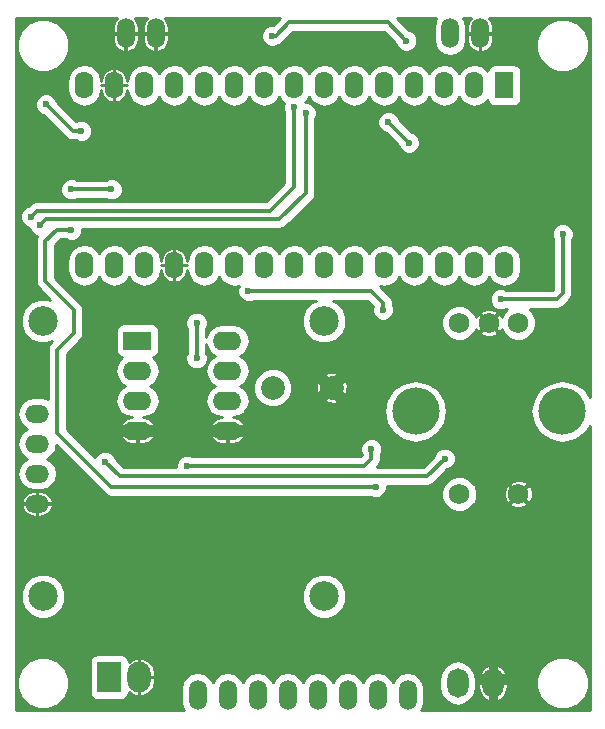
<source format=gbr>
G04 #@! TF.FileFunction,Copper,L2,Bot,Signal*
%FSLAX46Y46*%
G04 Gerber Fmt 4.6, Leading zero omitted, Abs format (unit mm)*
G04 Created by KiCad (PCBNEW 4.0.4-stable) date 01/17/18 19:17:24*
%MOMM*%
%LPD*%
G01*
G04 APERTURE LIST*
%ADD10C,0.100000*%
%ADD11R,1.574800X2.286000*%
%ADD12O,1.574800X2.286000*%
%ADD13O,2.000000X1.524000*%
%ADD14C,2.500000*%
%ADD15C,2.000000*%
%ADD16R,2.400000X1.600000*%
%ADD17O,2.400000X1.600000*%
%ADD18O,1.520000X2.520000*%
%ADD19R,2.000000X2.600000*%
%ADD20O,2.000000X2.600000*%
%ADD21C,1.750000*%
%ADD22O,4.000000X4.000000*%
%ADD23O,1.800000X2.500000*%
%ADD24C,0.600000*%
%ADD25C,0.750000*%
%ADD26C,1.000000*%
%ADD27C,0.350000*%
%ADD28C,0.250000*%
%ADD29C,0.254000*%
G04 APERTURE END LIST*
D10*
D11*
X112050000Y-76380000D03*
D12*
X109510000Y-76380000D03*
X106970000Y-76380000D03*
X104430000Y-76380000D03*
X101890000Y-76380000D03*
X99350000Y-76380000D03*
X96810000Y-76380000D03*
X94270000Y-76380000D03*
X91730000Y-76380000D03*
X89190000Y-76380000D03*
X86650000Y-76380000D03*
X84110000Y-76380000D03*
X81570000Y-76380000D03*
X79030000Y-76380000D03*
X76490000Y-76380000D03*
X76490000Y-91620000D03*
X79030000Y-91620000D03*
X81570000Y-91620000D03*
X84110000Y-91620000D03*
X86650000Y-91620000D03*
X89190000Y-91620000D03*
X91730000Y-91620000D03*
X94270000Y-91620000D03*
X96810000Y-91620000D03*
X99350000Y-91620000D03*
X101890000Y-91620000D03*
X104430000Y-91620000D03*
X106970000Y-91620000D03*
X109510000Y-91620000D03*
X112050000Y-91620000D03*
D13*
X72500000Y-111810000D03*
X72500000Y-109270000D03*
X72500000Y-106730000D03*
X72500000Y-104190000D03*
D14*
X96800000Y-119650000D03*
X73000000Y-119650000D03*
X73000000Y-96350000D03*
X96800000Y-96350000D03*
D15*
X92450000Y-102000000D03*
X97450000Y-102000000D03*
D16*
X81000000Y-98000000D03*
D17*
X88620000Y-105620000D03*
X81000000Y-100540000D03*
X88620000Y-103080000D03*
X81000000Y-103080000D03*
X88620000Y-100540000D03*
X81000000Y-105620000D03*
X88620000Y-98000000D03*
D18*
X80000000Y-72000000D03*
X82540000Y-72000000D03*
X110000000Y-72000000D03*
X107460000Y-72000000D03*
X86100000Y-128000000D03*
X88640000Y-128000000D03*
X91180000Y-128000000D03*
X93720000Y-128000000D03*
X96260000Y-128000000D03*
X98800000Y-128000000D03*
X101340000Y-128000000D03*
X103880000Y-128000000D03*
D19*
X78600000Y-126500000D03*
D20*
X81140000Y-126500000D03*
D21*
X113250000Y-96500000D03*
X108250000Y-96500000D03*
X110750000Y-96500000D03*
X108250000Y-111000000D03*
X113250000Y-111000000D03*
D22*
X104550000Y-104000000D03*
X116950000Y-104000000D03*
D23*
X111100000Y-127000000D03*
X108100000Y-127000000D03*
D24*
X95700000Y-106750000D03*
X96600000Y-106800000D03*
X95000000Y-73600000D03*
X96000000Y-73600000D03*
X96000000Y-72600000D03*
X95000000Y-72600000D03*
X77250000Y-104250000D03*
X75750000Y-104250000D03*
X78800000Y-85200000D03*
X75400000Y-85200000D03*
X75400000Y-88600000D03*
X101200000Y-110400000D03*
X85200000Y-108600000D03*
X100800000Y-107200000D03*
X104000000Y-81250000D03*
X102250000Y-79500000D03*
X78250000Y-108250000D03*
X107000000Y-108000000D03*
X86000000Y-96500000D03*
X86000000Y-99500000D03*
X73250000Y-78000000D03*
X76250000Y-80250000D03*
X103750000Y-72600000D03*
X92400000Y-72200000D03*
X72750000Y-88250000D03*
X95250000Y-78750000D03*
X94250000Y-78250000D03*
X72000000Y-87500000D03*
X101800000Y-95400000D03*
X90400000Y-93800000D03*
X111750000Y-94500000D03*
X117000000Y-89000000D03*
D25*
X111100000Y-127000000D02*
X111100000Y-129000000D01*
D26*
X97450000Y-102000000D02*
X97450000Y-101950000D01*
X97450000Y-101950000D02*
X98600000Y-100800000D01*
X97450000Y-102000000D02*
X97400000Y-102000000D01*
X97400000Y-102000000D02*
X96400000Y-103000000D01*
X97450000Y-102000000D02*
X97450000Y-102050000D01*
X97450000Y-102050000D02*
X98400000Y-103000000D01*
X97400000Y-102000000D02*
X96200000Y-100800000D01*
D25*
X111100000Y-126600000D02*
X111100000Y-124700000D01*
X111100000Y-124700000D02*
X111000000Y-124600000D01*
X111100000Y-126600000D02*
X112200000Y-126600000D01*
X111100000Y-126600000D02*
X110000000Y-126600000D01*
D27*
X95750000Y-106800000D02*
X96600000Y-106800000D01*
X95700000Y-106750000D02*
X95750000Y-106800000D01*
D28*
X96000000Y-73600000D02*
X95000000Y-73600000D01*
X96000000Y-72600000D02*
X96050000Y-73550000D01*
X96050000Y-73550000D02*
X96000000Y-73600000D01*
X96000000Y-72600000D02*
X95000000Y-72600000D01*
D26*
X76950000Y-104250000D02*
X77250000Y-104250000D01*
X75750000Y-104250000D02*
X75750000Y-104200000D01*
X81000000Y-105620000D02*
X79120000Y-105620000D01*
X79120000Y-105620000D02*
X79000000Y-105500000D01*
X81000000Y-105620000D02*
X82880000Y-105620000D01*
X82880000Y-105620000D02*
X83000000Y-105500000D01*
X88620000Y-105620000D02*
X90380000Y-105620000D01*
X90380000Y-105620000D02*
X90500000Y-105500000D01*
X88620000Y-105620000D02*
X86620000Y-105620000D01*
X86620000Y-105620000D02*
X86500000Y-105500000D01*
D27*
X75400000Y-85200000D02*
X78800000Y-85200000D01*
X74200000Y-88600000D02*
X75400000Y-88600000D01*
X73200000Y-89600000D02*
X74200000Y-88600000D01*
X73200000Y-93000000D02*
X73200000Y-89600000D01*
X75600000Y-95400000D02*
X73200000Y-93000000D01*
X75600000Y-97400000D02*
X75600000Y-95400000D01*
X74200000Y-98800000D02*
X75600000Y-97400000D01*
X74200000Y-105800000D02*
X74200000Y-98800000D01*
X78800000Y-110400000D02*
X74200000Y-105800000D01*
X101200000Y-110400000D02*
X78800000Y-110400000D01*
X85200000Y-108600000D02*
X100200000Y-108600000D01*
X100200000Y-108600000D02*
X100800000Y-108000000D01*
X100800000Y-108000000D02*
X100800000Y-107200000D01*
X104000000Y-81250000D02*
X102250000Y-79500000D01*
X79500000Y-109500000D02*
X78250000Y-108250000D01*
X105500000Y-109500000D02*
X79500000Y-109500000D01*
X107000000Y-108000000D02*
X105500000Y-109500000D01*
X86000000Y-99500000D02*
X86000000Y-96500000D01*
X73250000Y-78000000D02*
X75500000Y-80250000D01*
X75500000Y-80250000D02*
X76250000Y-80250000D01*
X103750000Y-72600000D02*
X102200000Y-71050000D01*
X102200000Y-71050000D02*
X93850000Y-71050000D01*
X93850000Y-71050000D02*
X92700000Y-72200000D01*
X92700000Y-72200000D02*
X92400000Y-72200000D01*
X72750000Y-88250000D02*
X73250000Y-87750000D01*
X73250000Y-87750000D02*
X93000000Y-87750000D01*
X93000000Y-87750000D02*
X95250000Y-85500000D01*
X95250000Y-85500000D02*
X95250000Y-78750000D01*
X94250000Y-85000000D02*
X94250000Y-78250000D01*
X92250000Y-87000000D02*
X94250000Y-85000000D01*
X72500000Y-87000000D02*
X92250000Y-87000000D01*
X72000000Y-87500000D02*
X72500000Y-87000000D01*
X101800000Y-94800000D02*
X101800000Y-95400000D01*
X100800000Y-93800000D02*
X101800000Y-94800000D01*
X99600000Y-93800000D02*
X100800000Y-93800000D01*
X90400000Y-93800000D02*
X99600000Y-93800000D01*
X116500000Y-94500000D02*
X111750000Y-94500000D01*
X117000000Y-94000000D02*
X116500000Y-94500000D01*
X117000000Y-89000000D02*
X117000000Y-94000000D01*
D29*
G36*
X79247073Y-70711152D02*
X79002507Y-71059332D01*
X78909800Y-71474600D01*
X78909800Y-71974600D01*
X79974600Y-71974600D01*
X79974600Y-71954600D01*
X80025400Y-71954600D01*
X80025400Y-71974600D01*
X81090200Y-71974600D01*
X81090200Y-71474600D01*
X80997493Y-71059332D01*
X80752927Y-70711152D01*
X80751113Y-70710000D01*
X81788887Y-70710000D01*
X81787073Y-70711152D01*
X81542507Y-71059332D01*
X81449800Y-71474600D01*
X81449800Y-71974600D01*
X82514600Y-71974600D01*
X82514600Y-71954600D01*
X82565400Y-71954600D01*
X82565400Y-71974600D01*
X83630200Y-71974600D01*
X83630200Y-71474600D01*
X83537493Y-71059332D01*
X83292927Y-70711152D01*
X83291113Y-70710000D01*
X93044487Y-70710000D01*
X92489411Y-71265077D01*
X92214833Y-71264838D01*
X91871057Y-71406883D01*
X91607808Y-71669673D01*
X91465162Y-72013201D01*
X91464838Y-72385167D01*
X91606883Y-72728943D01*
X91869673Y-72992192D01*
X92213201Y-73134838D01*
X92585167Y-73135162D01*
X92928943Y-72993117D01*
X92964793Y-72957329D01*
X93009974Y-72948342D01*
X93272756Y-72772756D01*
X94185513Y-71860000D01*
X101864488Y-71860000D01*
X102832571Y-72828083D01*
X102956883Y-73128943D01*
X103219673Y-73392192D01*
X103563201Y-73534838D01*
X103935167Y-73535162D01*
X104278943Y-73393117D01*
X104542192Y-73130327D01*
X104684838Y-72786799D01*
X104685162Y-72414833D01*
X104543117Y-72071057D01*
X104280327Y-71807808D01*
X103977629Y-71682116D01*
X103005512Y-70710000D01*
X106317540Y-70710000D01*
X106171188Y-70929032D01*
X106065000Y-71462875D01*
X106065000Y-72537125D01*
X106171188Y-73070968D01*
X106473586Y-73523539D01*
X106926157Y-73825937D01*
X107460000Y-73932125D01*
X107993843Y-73825937D01*
X108446414Y-73523539D01*
X108748812Y-73070968D01*
X108855000Y-72537125D01*
X108855000Y-72025400D01*
X108909800Y-72025400D01*
X108909800Y-72525400D01*
X109002507Y-72940668D01*
X109247073Y-73288848D01*
X109606265Y-73516933D01*
X109804414Y-73572512D01*
X109974600Y-73507330D01*
X109974600Y-72025400D01*
X110025400Y-72025400D01*
X110025400Y-73507330D01*
X110195586Y-73572512D01*
X110393735Y-73516933D01*
X110510765Y-73442619D01*
X114764613Y-73442619D01*
X115104155Y-74264372D01*
X115732321Y-74893636D01*
X116553481Y-75234611D01*
X117442619Y-75235387D01*
X118264372Y-74895845D01*
X118893636Y-74267679D01*
X119234611Y-73446519D01*
X119235387Y-72557381D01*
X118895845Y-71735628D01*
X118267679Y-71106364D01*
X117446519Y-70765389D01*
X116557381Y-70764613D01*
X115735628Y-71104155D01*
X115106364Y-71732321D01*
X114765389Y-72553481D01*
X114764613Y-73442619D01*
X110510765Y-73442619D01*
X110752927Y-73288848D01*
X110997493Y-72940668D01*
X111090200Y-72525400D01*
X111090200Y-72025400D01*
X110025400Y-72025400D01*
X109974600Y-72025400D01*
X108909800Y-72025400D01*
X108855000Y-72025400D01*
X108855000Y-71462875D01*
X108748812Y-70929032D01*
X108602460Y-70710000D01*
X109248887Y-70710000D01*
X109247073Y-70711152D01*
X109002507Y-71059332D01*
X108909800Y-71474600D01*
X108909800Y-71974600D01*
X109974600Y-71974600D01*
X109974600Y-71954600D01*
X110025400Y-71954600D01*
X110025400Y-71974600D01*
X111090200Y-71974600D01*
X111090200Y-71474600D01*
X110997493Y-71059332D01*
X110752927Y-70711152D01*
X110751113Y-70710000D01*
X119290000Y-70710000D01*
X119290000Y-102773056D01*
X118864849Y-102136774D01*
X118009994Y-101565577D01*
X117001623Y-101365000D01*
X116898377Y-101365000D01*
X115890006Y-101565577D01*
X115035151Y-102136774D01*
X114463954Y-102991629D01*
X114263377Y-104000000D01*
X114463954Y-105008371D01*
X115035151Y-105863226D01*
X115890006Y-106434423D01*
X116898377Y-106635000D01*
X117001623Y-106635000D01*
X118009994Y-106434423D01*
X118864849Y-105863226D01*
X119290000Y-105226944D01*
X119290000Y-129290000D01*
X105022460Y-129290000D01*
X105168812Y-129070968D01*
X105275000Y-128537125D01*
X105275000Y-127462875D01*
X105168812Y-126929032D01*
X104957694Y-126613071D01*
X106565000Y-126613071D01*
X106565000Y-127386929D01*
X106681845Y-127974348D01*
X107014591Y-128472338D01*
X107512581Y-128805084D01*
X108100000Y-128921929D01*
X108687419Y-128805084D01*
X109185409Y-128472338D01*
X109518155Y-127974348D01*
X109635000Y-127386929D01*
X109635000Y-127025400D01*
X109869800Y-127025400D01*
X109869800Y-127375400D01*
X109973164Y-127844244D01*
X110248078Y-128237843D01*
X110652690Y-128496276D01*
X110882508Y-128560822D01*
X111074600Y-128497369D01*
X111074600Y-127025400D01*
X111125400Y-127025400D01*
X111125400Y-128497369D01*
X111317492Y-128560822D01*
X111547310Y-128496276D01*
X111951922Y-128237843D01*
X112226836Y-127844244D01*
X112315380Y-127442619D01*
X114764613Y-127442619D01*
X115104155Y-128264372D01*
X115732321Y-128893636D01*
X116553481Y-129234611D01*
X117442619Y-129235387D01*
X118264372Y-128895845D01*
X118893636Y-128267679D01*
X119234611Y-127446519D01*
X119235387Y-126557381D01*
X118895845Y-125735628D01*
X118267679Y-125106364D01*
X117446519Y-124765389D01*
X116557381Y-124764613D01*
X115735628Y-125104155D01*
X115106364Y-125732321D01*
X114765389Y-126553481D01*
X114764613Y-127442619D01*
X112315380Y-127442619D01*
X112330200Y-127375400D01*
X112330200Y-127025400D01*
X111125400Y-127025400D01*
X111074600Y-127025400D01*
X109869800Y-127025400D01*
X109635000Y-127025400D01*
X109635000Y-126624600D01*
X109869800Y-126624600D01*
X109869800Y-126974600D01*
X111074600Y-126974600D01*
X111074600Y-125502631D01*
X111125400Y-125502631D01*
X111125400Y-126974600D01*
X112330200Y-126974600D01*
X112330200Y-126624600D01*
X112226836Y-126155756D01*
X111951922Y-125762157D01*
X111547310Y-125503724D01*
X111317492Y-125439178D01*
X111125400Y-125502631D01*
X111074600Y-125502631D01*
X110882508Y-125439178D01*
X110652690Y-125503724D01*
X110248078Y-125762157D01*
X109973164Y-126155756D01*
X109869800Y-126624600D01*
X109635000Y-126624600D01*
X109635000Y-126613071D01*
X109518155Y-126025652D01*
X109185409Y-125527662D01*
X108687419Y-125194916D01*
X108100000Y-125078071D01*
X107512581Y-125194916D01*
X107014591Y-125527662D01*
X106681845Y-126025652D01*
X106565000Y-126613071D01*
X104957694Y-126613071D01*
X104866414Y-126476461D01*
X104413843Y-126174063D01*
X103880000Y-126067875D01*
X103346157Y-126174063D01*
X102893586Y-126476461D01*
X102610000Y-126900878D01*
X102326414Y-126476461D01*
X101873843Y-126174063D01*
X101340000Y-126067875D01*
X100806157Y-126174063D01*
X100353586Y-126476461D01*
X100070000Y-126900878D01*
X99786414Y-126476461D01*
X99333843Y-126174063D01*
X98800000Y-126067875D01*
X98266157Y-126174063D01*
X97813586Y-126476461D01*
X97530000Y-126900878D01*
X97246414Y-126476461D01*
X96793843Y-126174063D01*
X96260000Y-126067875D01*
X95726157Y-126174063D01*
X95273586Y-126476461D01*
X94990000Y-126900878D01*
X94706414Y-126476461D01*
X94253843Y-126174063D01*
X93720000Y-126067875D01*
X93186157Y-126174063D01*
X92733586Y-126476461D01*
X92450000Y-126900878D01*
X92166414Y-126476461D01*
X91713843Y-126174063D01*
X91180000Y-126067875D01*
X90646157Y-126174063D01*
X90193586Y-126476461D01*
X89910000Y-126900878D01*
X89626414Y-126476461D01*
X89173843Y-126174063D01*
X88640000Y-126067875D01*
X88106157Y-126174063D01*
X87653586Y-126476461D01*
X87370000Y-126900878D01*
X87086414Y-126476461D01*
X86633843Y-126174063D01*
X86100000Y-126067875D01*
X85566157Y-126174063D01*
X85113586Y-126476461D01*
X84811188Y-126929032D01*
X84705000Y-127462875D01*
X84705000Y-128537125D01*
X84811188Y-129070968D01*
X84957540Y-129290000D01*
X70710000Y-129290000D01*
X70710000Y-127442619D01*
X70764613Y-127442619D01*
X71104155Y-128264372D01*
X71732321Y-128893636D01*
X72553481Y-129234611D01*
X73442619Y-129235387D01*
X74264372Y-128895845D01*
X74893636Y-128267679D01*
X75234611Y-127446519D01*
X75235387Y-126557381D01*
X74895845Y-125735628D01*
X74361152Y-125200000D01*
X76952560Y-125200000D01*
X76952560Y-127800000D01*
X76996838Y-128035317D01*
X77135910Y-128251441D01*
X77348110Y-128396431D01*
X77600000Y-128447440D01*
X79600000Y-128447440D01*
X79835317Y-128403162D01*
X80051441Y-128264090D01*
X80196431Y-128051890D01*
X80247440Y-127800000D01*
X80247440Y-127777828D01*
X80654421Y-128038665D01*
X80906862Y-128109610D01*
X81114600Y-128047391D01*
X81114600Y-126525400D01*
X81165400Y-126525400D01*
X81165400Y-128047391D01*
X81373138Y-128109610D01*
X81625579Y-128038665D01*
X82062633Y-127758554D01*
X82359224Y-127332512D01*
X82470200Y-126825400D01*
X82470200Y-126525400D01*
X81165400Y-126525400D01*
X81114600Y-126525400D01*
X81094600Y-126525400D01*
X81094600Y-126474600D01*
X81114600Y-126474600D01*
X81114600Y-124952609D01*
X81165400Y-124952609D01*
X81165400Y-126474600D01*
X82470200Y-126474600D01*
X82470200Y-126174600D01*
X82359224Y-125667488D01*
X82062633Y-125241446D01*
X81625579Y-124961335D01*
X81373138Y-124890390D01*
X81165400Y-124952609D01*
X81114600Y-124952609D01*
X80906862Y-124890390D01*
X80654421Y-124961335D01*
X80247440Y-125222172D01*
X80247440Y-125200000D01*
X80203162Y-124964683D01*
X80064090Y-124748559D01*
X79851890Y-124603569D01*
X79600000Y-124552560D01*
X77600000Y-124552560D01*
X77364683Y-124596838D01*
X77148559Y-124735910D01*
X77003569Y-124948110D01*
X76952560Y-125200000D01*
X74361152Y-125200000D01*
X74267679Y-125106364D01*
X73446519Y-124765389D01*
X72557381Y-124764613D01*
X71735628Y-125104155D01*
X71106364Y-125732321D01*
X70765389Y-126553481D01*
X70764613Y-127442619D01*
X70710000Y-127442619D01*
X70710000Y-120023305D01*
X71114674Y-120023305D01*
X71401043Y-120716372D01*
X71930839Y-121247093D01*
X72623405Y-121534672D01*
X73373305Y-121535326D01*
X74066372Y-121248957D01*
X74597093Y-120719161D01*
X74884672Y-120026595D01*
X74884674Y-120023305D01*
X94914674Y-120023305D01*
X95201043Y-120716372D01*
X95730839Y-121247093D01*
X96423405Y-121534672D01*
X97173305Y-121535326D01*
X97866372Y-121248957D01*
X98397093Y-120719161D01*
X98684672Y-120026595D01*
X98685326Y-119276695D01*
X98398957Y-118583628D01*
X97869161Y-118052907D01*
X97176595Y-117765328D01*
X96426695Y-117764674D01*
X95733628Y-118051043D01*
X95202907Y-118580839D01*
X94915328Y-119273405D01*
X94914674Y-120023305D01*
X74884674Y-120023305D01*
X74885326Y-119276695D01*
X74598957Y-118583628D01*
X74069161Y-118052907D01*
X73376595Y-117765328D01*
X72626695Y-117764674D01*
X71933628Y-118051043D01*
X71402907Y-118580839D01*
X71115328Y-119273405D01*
X71114674Y-120023305D01*
X70710000Y-120023305D01*
X70710000Y-112005899D01*
X71187512Y-112005899D01*
X71243219Y-112204501D01*
X71471738Y-112564342D01*
X71820567Y-112809341D01*
X72236600Y-112902200D01*
X72474600Y-112902200D01*
X72474600Y-111835400D01*
X72525400Y-111835400D01*
X72525400Y-112902200D01*
X72763400Y-112902200D01*
X73179433Y-112809341D01*
X73528262Y-112564342D01*
X73756781Y-112204501D01*
X73812488Y-112005899D01*
X73747330Y-111835400D01*
X72525400Y-111835400D01*
X72474600Y-111835400D01*
X71252670Y-111835400D01*
X71187512Y-112005899D01*
X70710000Y-112005899D01*
X70710000Y-111614101D01*
X71187512Y-111614101D01*
X71252670Y-111784600D01*
X72474600Y-111784600D01*
X72474600Y-110717800D01*
X72525400Y-110717800D01*
X72525400Y-111784600D01*
X73747330Y-111784600D01*
X73812488Y-111614101D01*
X73756781Y-111415499D01*
X73528262Y-111055658D01*
X73179433Y-110810659D01*
X72763400Y-110717800D01*
X72525400Y-110717800D01*
X72474600Y-110717800D01*
X72236600Y-110717800D01*
X71820567Y-110810659D01*
X71471738Y-111055658D01*
X71243219Y-111415499D01*
X71187512Y-111614101D01*
X70710000Y-111614101D01*
X70710000Y-104190000D01*
X70832968Y-104190000D01*
X70939308Y-104724609D01*
X71242140Y-105177828D01*
X71664439Y-105460000D01*
X71242140Y-105742172D01*
X70939308Y-106195391D01*
X70832968Y-106730000D01*
X70939308Y-107264609D01*
X71242140Y-107717828D01*
X71664439Y-108000000D01*
X71242140Y-108282172D01*
X70939308Y-108735391D01*
X70832968Y-109270000D01*
X70939308Y-109804609D01*
X71242140Y-110257828D01*
X71695359Y-110560660D01*
X72229968Y-110667000D01*
X72770032Y-110667000D01*
X73304641Y-110560660D01*
X73757860Y-110257828D01*
X74060692Y-109804609D01*
X74167032Y-109270000D01*
X74060692Y-108735391D01*
X73757860Y-108282172D01*
X73335561Y-108000000D01*
X73757860Y-107717828D01*
X74060692Y-107264609D01*
X74136746Y-106882258D01*
X78227243Y-110972756D01*
X78351315Y-111055658D01*
X78490026Y-111148342D01*
X78800000Y-111210000D01*
X100712559Y-111210000D01*
X101013201Y-111334838D01*
X101385167Y-111335162D01*
X101472589Y-111299040D01*
X106739738Y-111299040D01*
X106969138Y-111854229D01*
X107393537Y-112279370D01*
X107948325Y-112509738D01*
X108549040Y-112510262D01*
X109104229Y-112280862D01*
X109529370Y-111856463D01*
X109541068Y-111828291D01*
X112457630Y-111828291D01*
X112548427Y-112008846D01*
X112987900Y-112200533D01*
X113467275Y-112209449D01*
X113913572Y-112034238D01*
X113951573Y-112008846D01*
X114042370Y-111828291D01*
X113250000Y-111035921D01*
X112457630Y-111828291D01*
X109541068Y-111828291D01*
X109759738Y-111301675D01*
X109759811Y-111217275D01*
X112040551Y-111217275D01*
X112215762Y-111663572D01*
X112241154Y-111701573D01*
X112421709Y-111792370D01*
X113214079Y-111000000D01*
X113285921Y-111000000D01*
X114078291Y-111792370D01*
X114258846Y-111701573D01*
X114450533Y-111262100D01*
X114459449Y-110782725D01*
X114284238Y-110336428D01*
X114258846Y-110298427D01*
X114078291Y-110207630D01*
X113285921Y-111000000D01*
X113214079Y-111000000D01*
X112421709Y-110207630D01*
X112241154Y-110298427D01*
X112049467Y-110737900D01*
X112040551Y-111217275D01*
X109759811Y-111217275D01*
X109760262Y-110700960D01*
X109541580Y-110171709D01*
X112457630Y-110171709D01*
X113250000Y-110964079D01*
X114042370Y-110171709D01*
X113951573Y-109991154D01*
X113512100Y-109799467D01*
X113032725Y-109790551D01*
X112586428Y-109965762D01*
X112548427Y-109991154D01*
X112457630Y-110171709D01*
X109541580Y-110171709D01*
X109530862Y-110145771D01*
X109106463Y-109720630D01*
X108551675Y-109490262D01*
X107950960Y-109489738D01*
X107395771Y-109719138D01*
X106970630Y-110143537D01*
X106740262Y-110698325D01*
X106739738Y-111299040D01*
X101472589Y-111299040D01*
X101728943Y-111193117D01*
X101992192Y-110930327D01*
X102134838Y-110586799D01*
X102135079Y-110310000D01*
X105500000Y-110310000D01*
X105809974Y-110248342D01*
X106072756Y-110072756D01*
X107228083Y-108917429D01*
X107528943Y-108793117D01*
X107792192Y-108530327D01*
X107934838Y-108186799D01*
X107935162Y-107814833D01*
X107793117Y-107471057D01*
X107530327Y-107207808D01*
X107186799Y-107065162D01*
X106814833Y-107064838D01*
X106471057Y-107206883D01*
X106207808Y-107469673D01*
X106082116Y-107772371D01*
X105164488Y-108690000D01*
X101255513Y-108690000D01*
X101372756Y-108572757D01*
X101479368Y-108413201D01*
X101548342Y-108309974D01*
X101610000Y-108000000D01*
X101610000Y-107687441D01*
X101734838Y-107386799D01*
X101735162Y-107014833D01*
X101593117Y-106671057D01*
X101330327Y-106407808D01*
X100986799Y-106265162D01*
X100614833Y-106264838D01*
X100271057Y-106406883D01*
X100007808Y-106669673D01*
X99865162Y-107013201D01*
X99864838Y-107385167D01*
X99983101Y-107671386D01*
X99864488Y-107790000D01*
X85687441Y-107790000D01*
X85386799Y-107665162D01*
X85014833Y-107664838D01*
X84671057Y-107806883D01*
X84407808Y-108069673D01*
X84265162Y-108413201D01*
X84264921Y-108690000D01*
X79835513Y-108690000D01*
X79167430Y-108021917D01*
X79043117Y-107721057D01*
X78780327Y-107457808D01*
X78436799Y-107315162D01*
X78064833Y-107314838D01*
X77721057Y-107456883D01*
X77457808Y-107719673D01*
X77401292Y-107855779D01*
X75367358Y-105821845D01*
X79487970Y-105821845D01*
X79546112Y-106029042D01*
X79782868Y-106401211D01*
X80144025Y-106654448D01*
X80574600Y-106750200D01*
X80974600Y-106750200D01*
X80974600Y-105645400D01*
X81025400Y-105645400D01*
X81025400Y-106750200D01*
X81425400Y-106750200D01*
X81855975Y-106654448D01*
X82217132Y-106401211D01*
X82453888Y-106029042D01*
X82512030Y-105821845D01*
X87107970Y-105821845D01*
X87166112Y-106029042D01*
X87402868Y-106401211D01*
X87764025Y-106654448D01*
X88194600Y-106750200D01*
X88594600Y-106750200D01*
X88594600Y-105645400D01*
X88645400Y-105645400D01*
X88645400Y-106750200D01*
X89045400Y-106750200D01*
X89475975Y-106654448D01*
X89837132Y-106401211D01*
X90073888Y-106029042D01*
X90132030Y-105821845D01*
X90067342Y-105645400D01*
X88645400Y-105645400D01*
X88594600Y-105645400D01*
X87172658Y-105645400D01*
X87107970Y-105821845D01*
X82512030Y-105821845D01*
X82447342Y-105645400D01*
X81025400Y-105645400D01*
X80974600Y-105645400D01*
X79552658Y-105645400D01*
X79487970Y-105821845D01*
X75367358Y-105821845D01*
X75010000Y-105464488D01*
X75010000Y-100540000D01*
X79129050Y-100540000D01*
X79238283Y-101089151D01*
X79549352Y-101554698D01*
X79931438Y-101810000D01*
X79549352Y-102065302D01*
X79238283Y-102530849D01*
X79129050Y-103080000D01*
X79238283Y-103629151D01*
X79549352Y-104094698D01*
X80014899Y-104405767D01*
X80509803Y-104504210D01*
X80144025Y-104585552D01*
X79782868Y-104838789D01*
X79546112Y-105210958D01*
X79487970Y-105418155D01*
X79552658Y-105594600D01*
X80974600Y-105594600D01*
X80974600Y-105574600D01*
X81025400Y-105574600D01*
X81025400Y-105594600D01*
X82447342Y-105594600D01*
X82512030Y-105418155D01*
X82453888Y-105210958D01*
X82217132Y-104838789D01*
X81855975Y-104585552D01*
X81490197Y-104504210D01*
X81985101Y-104405767D01*
X82450648Y-104094698D01*
X82761717Y-103629151D01*
X82870950Y-103080000D01*
X82761717Y-102530849D01*
X82450648Y-102065302D01*
X82068562Y-101810000D01*
X82450648Y-101554698D01*
X82761717Y-101089151D01*
X82870950Y-100540000D01*
X82761717Y-99990849D01*
X82450648Y-99525302D01*
X82304650Y-99427749D01*
X82435317Y-99403162D01*
X82651441Y-99264090D01*
X82796431Y-99051890D01*
X82847440Y-98800000D01*
X82847440Y-97200000D01*
X82803162Y-96964683D01*
X82664090Y-96748559D01*
X82571313Y-96685167D01*
X85064838Y-96685167D01*
X85190000Y-96988083D01*
X85190000Y-99012559D01*
X85065162Y-99313201D01*
X85064838Y-99685167D01*
X85206883Y-100028943D01*
X85469673Y-100292192D01*
X85813201Y-100434838D01*
X86185167Y-100435162D01*
X86528943Y-100293117D01*
X86792192Y-100030327D01*
X86934838Y-99686799D01*
X86935162Y-99314833D01*
X86810000Y-99011917D01*
X86810000Y-98306416D01*
X86858283Y-98549151D01*
X87169352Y-99014698D01*
X87551438Y-99270000D01*
X87169352Y-99525302D01*
X86858283Y-99990849D01*
X86749050Y-100540000D01*
X86858283Y-101089151D01*
X87169352Y-101554698D01*
X87551438Y-101810000D01*
X87169352Y-102065302D01*
X86858283Y-102530849D01*
X86749050Y-103080000D01*
X86858283Y-103629151D01*
X87169352Y-104094698D01*
X87634899Y-104405767D01*
X88129803Y-104504210D01*
X87764025Y-104585552D01*
X87402868Y-104838789D01*
X87166112Y-105210958D01*
X87107970Y-105418155D01*
X87172658Y-105594600D01*
X88594600Y-105594600D01*
X88594600Y-105574600D01*
X88645400Y-105574600D01*
X88645400Y-105594600D01*
X90067342Y-105594600D01*
X90132030Y-105418155D01*
X90073888Y-105210958D01*
X89837132Y-104838789D01*
X89475975Y-104585552D01*
X89110197Y-104504210D01*
X89605101Y-104405767D01*
X90070648Y-104094698D01*
X90133923Y-104000000D01*
X101863377Y-104000000D01*
X102063954Y-105008371D01*
X102635151Y-105863226D01*
X103490006Y-106434423D01*
X104498377Y-106635000D01*
X104601623Y-106635000D01*
X105609994Y-106434423D01*
X106464849Y-105863226D01*
X107036046Y-105008371D01*
X107236623Y-104000000D01*
X107036046Y-102991629D01*
X106464849Y-102136774D01*
X105609994Y-101565577D01*
X104601623Y-101365000D01*
X104498377Y-101365000D01*
X103490006Y-101565577D01*
X102635151Y-102136774D01*
X102063954Y-102991629D01*
X101863377Y-104000000D01*
X90133923Y-104000000D01*
X90381717Y-103629151D01*
X90490950Y-103080000D01*
X90381717Y-102530849D01*
X90243368Y-102323795D01*
X90814716Y-102323795D01*
X91063106Y-102924943D01*
X91522637Y-103385278D01*
X92123352Y-103634716D01*
X92773795Y-103635284D01*
X93374943Y-103386894D01*
X93835278Y-102927363D01*
X93838986Y-102918431D01*
X96567490Y-102918431D01*
X96673499Y-103111975D01*
X97158141Y-103324485D01*
X97687216Y-103335354D01*
X98180177Y-103142928D01*
X98226501Y-103111975D01*
X98332510Y-102918431D01*
X97450000Y-102035921D01*
X96567490Y-102918431D01*
X93838986Y-102918431D01*
X94084716Y-102326648D01*
X94084794Y-102237216D01*
X96114646Y-102237216D01*
X96307072Y-102730177D01*
X96338025Y-102776501D01*
X96531569Y-102882510D01*
X97414079Y-102000000D01*
X97485921Y-102000000D01*
X98368431Y-102882510D01*
X98561975Y-102776501D01*
X98774485Y-102291859D01*
X98785354Y-101762784D01*
X98592928Y-101269823D01*
X98561975Y-101223499D01*
X98368431Y-101117490D01*
X97485921Y-102000000D01*
X97414079Y-102000000D01*
X96531569Y-101117490D01*
X96338025Y-101223499D01*
X96125515Y-101708141D01*
X96114646Y-102237216D01*
X94084794Y-102237216D01*
X94085284Y-101676205D01*
X93839585Y-101081569D01*
X96567490Y-101081569D01*
X97450000Y-101964079D01*
X98332510Y-101081569D01*
X98226501Y-100888025D01*
X97741859Y-100675515D01*
X97212784Y-100664646D01*
X96719823Y-100857072D01*
X96673499Y-100888025D01*
X96567490Y-101081569D01*
X93839585Y-101081569D01*
X93836894Y-101075057D01*
X93377363Y-100614722D01*
X92776648Y-100365284D01*
X92126205Y-100364716D01*
X91525057Y-100613106D01*
X91064722Y-101072637D01*
X90815284Y-101673352D01*
X90814716Y-102323795D01*
X90243368Y-102323795D01*
X90070648Y-102065302D01*
X89688562Y-101810000D01*
X90070648Y-101554698D01*
X90381717Y-101089151D01*
X90490950Y-100540000D01*
X90381717Y-99990849D01*
X90070648Y-99525302D01*
X89688562Y-99270000D01*
X90070648Y-99014698D01*
X90381717Y-98549151D01*
X90490950Y-98000000D01*
X90381717Y-97450849D01*
X90070648Y-96985302D01*
X89605101Y-96674233D01*
X89055950Y-96565000D01*
X88184050Y-96565000D01*
X87634899Y-96674233D01*
X87169352Y-96985302D01*
X86858283Y-97450849D01*
X86810000Y-97693584D01*
X86810000Y-96987441D01*
X86934838Y-96686799D01*
X86935162Y-96314833D01*
X86793117Y-95971057D01*
X86530327Y-95707808D01*
X86186799Y-95565162D01*
X85814833Y-95564838D01*
X85471057Y-95706883D01*
X85207808Y-95969673D01*
X85065162Y-96313201D01*
X85064838Y-96685167D01*
X82571313Y-96685167D01*
X82451890Y-96603569D01*
X82200000Y-96552560D01*
X79800000Y-96552560D01*
X79564683Y-96596838D01*
X79348559Y-96735910D01*
X79203569Y-96948110D01*
X79152560Y-97200000D01*
X79152560Y-98800000D01*
X79196838Y-99035317D01*
X79335910Y-99251441D01*
X79548110Y-99396431D01*
X79697074Y-99426597D01*
X79549352Y-99525302D01*
X79238283Y-99990849D01*
X79129050Y-100540000D01*
X75010000Y-100540000D01*
X75010000Y-99135512D01*
X76172757Y-97972756D01*
X76301973Y-97779370D01*
X76348342Y-97709974D01*
X76410000Y-97400000D01*
X76410000Y-95400000D01*
X76386852Y-95283628D01*
X76348343Y-95090027D01*
X76172757Y-94827244D01*
X74010000Y-92664488D01*
X74010000Y-91229567D01*
X75067600Y-91229567D01*
X75067600Y-92010433D01*
X75175874Y-92554762D01*
X75484211Y-93016222D01*
X75945671Y-93324559D01*
X76490000Y-93432833D01*
X77034329Y-93324559D01*
X77495789Y-93016222D01*
X77760000Y-92620801D01*
X78024211Y-93016222D01*
X78485671Y-93324559D01*
X79030000Y-93432833D01*
X79574329Y-93324559D01*
X80035789Y-93016222D01*
X80300000Y-92620801D01*
X80564211Y-93016222D01*
X81025671Y-93324559D01*
X81570000Y-93432833D01*
X82114329Y-93324559D01*
X82575789Y-93016222D01*
X82884126Y-92554762D01*
X82992400Y-92010433D01*
X82992400Y-92001000D01*
X83087192Y-92426754D01*
X83337698Y-92783824D01*
X83705780Y-93017849D01*
X83910127Y-93075182D01*
X84084600Y-93010338D01*
X84084600Y-91645400D01*
X82992400Y-91645400D01*
X82992400Y-91594600D01*
X84084600Y-91594600D01*
X84084600Y-90229662D01*
X84135400Y-90229662D01*
X84135400Y-91594600D01*
X85227600Y-91594600D01*
X85227600Y-91645400D01*
X84135400Y-91645400D01*
X84135400Y-93010338D01*
X84309873Y-93075182D01*
X84514220Y-93017849D01*
X84882302Y-92783824D01*
X85132808Y-92426754D01*
X85227600Y-92001000D01*
X85227600Y-92010433D01*
X85335874Y-92554762D01*
X85644211Y-93016222D01*
X86105671Y-93324559D01*
X86650000Y-93432833D01*
X87194329Y-93324559D01*
X87655789Y-93016222D01*
X87920000Y-92620801D01*
X88184211Y-93016222D01*
X88645671Y-93324559D01*
X89190000Y-93432833D01*
X89571574Y-93356933D01*
X89465162Y-93613201D01*
X89464838Y-93985167D01*
X89606883Y-94328943D01*
X89869673Y-94592192D01*
X90213201Y-94734838D01*
X90585167Y-94735162D01*
X90888083Y-94610000D01*
X96074979Y-94610000D01*
X95733628Y-94751043D01*
X95202907Y-95280839D01*
X94915328Y-95973405D01*
X94914674Y-96723305D01*
X95201043Y-97416372D01*
X95730839Y-97947093D01*
X96423405Y-98234672D01*
X97173305Y-98235326D01*
X97866372Y-97948957D01*
X98397093Y-97419161D01*
X98654590Y-96799040D01*
X106739738Y-96799040D01*
X106969138Y-97354229D01*
X107393537Y-97779370D01*
X107948325Y-98009738D01*
X108549040Y-98010262D01*
X109104229Y-97780862D01*
X109529370Y-97356463D01*
X109541068Y-97328291D01*
X109957630Y-97328291D01*
X110048427Y-97508846D01*
X110487900Y-97700533D01*
X110967275Y-97709449D01*
X111413572Y-97534238D01*
X111451573Y-97508846D01*
X111542370Y-97328291D01*
X110750000Y-96535921D01*
X109957630Y-97328291D01*
X109541068Y-97328291D01*
X109664104Y-97031988D01*
X109715762Y-97163572D01*
X109741154Y-97201573D01*
X109921709Y-97292370D01*
X110714079Y-96500000D01*
X110785921Y-96500000D01*
X111578291Y-97292370D01*
X111758846Y-97201573D01*
X111834446Y-97028249D01*
X111969138Y-97354229D01*
X112393537Y-97779370D01*
X112948325Y-98009738D01*
X113549040Y-98010262D01*
X114104229Y-97780862D01*
X114529370Y-97356463D01*
X114759738Y-96801675D01*
X114760262Y-96200960D01*
X114530862Y-95645771D01*
X114195677Y-95310000D01*
X116500000Y-95310000D01*
X116809974Y-95248342D01*
X117072756Y-95072756D01*
X117572757Y-94572756D01*
X117748343Y-94309973D01*
X117775766Y-94172103D01*
X117810000Y-94000000D01*
X117810000Y-89487441D01*
X117934838Y-89186799D01*
X117935162Y-88814833D01*
X117793117Y-88471057D01*
X117530327Y-88207808D01*
X117186799Y-88065162D01*
X116814833Y-88064838D01*
X116471057Y-88206883D01*
X116207808Y-88469673D01*
X116065162Y-88813201D01*
X116064838Y-89185167D01*
X116190000Y-89488083D01*
X116190000Y-93664487D01*
X116164488Y-93690000D01*
X112237441Y-93690000D01*
X111936799Y-93565162D01*
X111564833Y-93564838D01*
X111221057Y-93706883D01*
X110957808Y-93969673D01*
X110815162Y-94313201D01*
X110814838Y-94685167D01*
X110956883Y-95028943D01*
X111219673Y-95292192D01*
X111563201Y-95434838D01*
X111935167Y-95435162D01*
X112238083Y-95310000D01*
X112304750Y-95310000D01*
X111970630Y-95643537D01*
X111835896Y-95968012D01*
X111784238Y-95836428D01*
X111758846Y-95798427D01*
X111578291Y-95707630D01*
X110785921Y-96500000D01*
X110714079Y-96500000D01*
X109921709Y-95707630D01*
X109741154Y-95798427D01*
X109665554Y-95971751D01*
X109541580Y-95671709D01*
X109957630Y-95671709D01*
X110750000Y-96464079D01*
X111542370Y-95671709D01*
X111451573Y-95491154D01*
X111012100Y-95299467D01*
X110532725Y-95290551D01*
X110086428Y-95465762D01*
X110048427Y-95491154D01*
X109957630Y-95671709D01*
X109541580Y-95671709D01*
X109530862Y-95645771D01*
X109106463Y-95220630D01*
X108551675Y-94990262D01*
X107950960Y-94989738D01*
X107395771Y-95219138D01*
X106970630Y-95643537D01*
X106740262Y-96198325D01*
X106739738Y-96799040D01*
X98654590Y-96799040D01*
X98684672Y-96726595D01*
X98685326Y-95976695D01*
X98398957Y-95283628D01*
X97869161Y-94752907D01*
X97525003Y-94610000D01*
X100464488Y-94610000D01*
X100924584Y-95070097D01*
X100865162Y-95213201D01*
X100864838Y-95585167D01*
X101006883Y-95928943D01*
X101269673Y-96192192D01*
X101613201Y-96334838D01*
X101985167Y-96335162D01*
X102328943Y-96193117D01*
X102592192Y-95930327D01*
X102734838Y-95586799D01*
X102735162Y-95214833D01*
X102610000Y-94911917D01*
X102610000Y-94800000D01*
X102597103Y-94735162D01*
X102548343Y-94490027D01*
X102372757Y-94227244D01*
X101500960Y-93355448D01*
X101890000Y-93432833D01*
X102434329Y-93324559D01*
X102895789Y-93016222D01*
X103160000Y-92620801D01*
X103424211Y-93016222D01*
X103885671Y-93324559D01*
X104430000Y-93432833D01*
X104974329Y-93324559D01*
X105435789Y-93016222D01*
X105700000Y-92620801D01*
X105964211Y-93016222D01*
X106425671Y-93324559D01*
X106970000Y-93432833D01*
X107514329Y-93324559D01*
X107975789Y-93016222D01*
X108240000Y-92620801D01*
X108504211Y-93016222D01*
X108965671Y-93324559D01*
X109510000Y-93432833D01*
X110054329Y-93324559D01*
X110515789Y-93016222D01*
X110780000Y-92620801D01*
X111044211Y-93016222D01*
X111505671Y-93324559D01*
X112050000Y-93432833D01*
X112594329Y-93324559D01*
X113055789Y-93016222D01*
X113364126Y-92554762D01*
X113472400Y-92010433D01*
X113472400Y-91229567D01*
X113364126Y-90685238D01*
X113055789Y-90223778D01*
X112594329Y-89915441D01*
X112050000Y-89807167D01*
X111505671Y-89915441D01*
X111044211Y-90223778D01*
X110780000Y-90619199D01*
X110515789Y-90223778D01*
X110054329Y-89915441D01*
X109510000Y-89807167D01*
X108965671Y-89915441D01*
X108504211Y-90223778D01*
X108240000Y-90619199D01*
X107975789Y-90223778D01*
X107514329Y-89915441D01*
X106970000Y-89807167D01*
X106425671Y-89915441D01*
X105964211Y-90223778D01*
X105700000Y-90619199D01*
X105435789Y-90223778D01*
X104974329Y-89915441D01*
X104430000Y-89807167D01*
X103885671Y-89915441D01*
X103424211Y-90223778D01*
X103160000Y-90619199D01*
X102895789Y-90223778D01*
X102434329Y-89915441D01*
X101890000Y-89807167D01*
X101345671Y-89915441D01*
X100884211Y-90223778D01*
X100620000Y-90619199D01*
X100355789Y-90223778D01*
X99894329Y-89915441D01*
X99350000Y-89807167D01*
X98805671Y-89915441D01*
X98344211Y-90223778D01*
X98080000Y-90619199D01*
X97815789Y-90223778D01*
X97354329Y-89915441D01*
X96810000Y-89807167D01*
X96265671Y-89915441D01*
X95804211Y-90223778D01*
X95540000Y-90619199D01*
X95275789Y-90223778D01*
X94814329Y-89915441D01*
X94270000Y-89807167D01*
X93725671Y-89915441D01*
X93264211Y-90223778D01*
X93000000Y-90619199D01*
X92735789Y-90223778D01*
X92274329Y-89915441D01*
X91730000Y-89807167D01*
X91185671Y-89915441D01*
X90724211Y-90223778D01*
X90460000Y-90619199D01*
X90195789Y-90223778D01*
X89734329Y-89915441D01*
X89190000Y-89807167D01*
X88645671Y-89915441D01*
X88184211Y-90223778D01*
X87920000Y-90619199D01*
X87655789Y-90223778D01*
X87194329Y-89915441D01*
X86650000Y-89807167D01*
X86105671Y-89915441D01*
X85644211Y-90223778D01*
X85335874Y-90685238D01*
X85227600Y-91229567D01*
X85227600Y-91239000D01*
X85132808Y-90813246D01*
X84882302Y-90456176D01*
X84514220Y-90222151D01*
X84309873Y-90164818D01*
X84135400Y-90229662D01*
X84084600Y-90229662D01*
X83910127Y-90164818D01*
X83705780Y-90222151D01*
X83337698Y-90456176D01*
X83087192Y-90813246D01*
X82992400Y-91239000D01*
X82992400Y-91229567D01*
X82884126Y-90685238D01*
X82575789Y-90223778D01*
X82114329Y-89915441D01*
X81570000Y-89807167D01*
X81025671Y-89915441D01*
X80564211Y-90223778D01*
X80300000Y-90619199D01*
X80035789Y-90223778D01*
X79574329Y-89915441D01*
X79030000Y-89807167D01*
X78485671Y-89915441D01*
X78024211Y-90223778D01*
X77760000Y-90619199D01*
X77495789Y-90223778D01*
X77034329Y-89915441D01*
X76490000Y-89807167D01*
X75945671Y-89915441D01*
X75484211Y-90223778D01*
X75175874Y-90685238D01*
X75067600Y-91229567D01*
X74010000Y-91229567D01*
X74010000Y-89935512D01*
X74535513Y-89410000D01*
X74912559Y-89410000D01*
X75213201Y-89534838D01*
X75585167Y-89535162D01*
X75928943Y-89393117D01*
X76192192Y-89130327D01*
X76334838Y-88786799D01*
X76335036Y-88560000D01*
X93000000Y-88560000D01*
X93309974Y-88498342D01*
X93572756Y-88322756D01*
X95822757Y-86072756D01*
X95998343Y-85809973D01*
X96060000Y-85500000D01*
X96060000Y-79685167D01*
X101314838Y-79685167D01*
X101456883Y-80028943D01*
X101719673Y-80292192D01*
X102022372Y-80417884D01*
X103082571Y-81478083D01*
X103206883Y-81778943D01*
X103469673Y-82042192D01*
X103813201Y-82184838D01*
X104185167Y-82185162D01*
X104528943Y-82043117D01*
X104792192Y-81780327D01*
X104934838Y-81436799D01*
X104935162Y-81064833D01*
X104793117Y-80721057D01*
X104530327Y-80457808D01*
X104227629Y-80332116D01*
X103167430Y-79271918D01*
X103043117Y-78971057D01*
X102780327Y-78707808D01*
X102436799Y-78565162D01*
X102064833Y-78564838D01*
X101721057Y-78706883D01*
X101457808Y-78969673D01*
X101315162Y-79313201D01*
X101314838Y-79685167D01*
X96060000Y-79685167D01*
X96060000Y-79237441D01*
X96184838Y-78936799D01*
X96185162Y-78564833D01*
X96043117Y-78221057D01*
X95780327Y-77957808D01*
X95436799Y-77815162D01*
X95217797Y-77814971D01*
X95275789Y-77776222D01*
X95540000Y-77380801D01*
X95804211Y-77776222D01*
X96265671Y-78084559D01*
X96810000Y-78192833D01*
X97354329Y-78084559D01*
X97815789Y-77776222D01*
X98080000Y-77380801D01*
X98344211Y-77776222D01*
X98805671Y-78084559D01*
X99350000Y-78192833D01*
X99894329Y-78084559D01*
X100355789Y-77776222D01*
X100620000Y-77380801D01*
X100884211Y-77776222D01*
X101345671Y-78084559D01*
X101890000Y-78192833D01*
X102434329Y-78084559D01*
X102895789Y-77776222D01*
X103160000Y-77380801D01*
X103424211Y-77776222D01*
X103885671Y-78084559D01*
X104430000Y-78192833D01*
X104974329Y-78084559D01*
X105435789Y-77776222D01*
X105700000Y-77380801D01*
X105964211Y-77776222D01*
X106425671Y-78084559D01*
X106970000Y-78192833D01*
X107514329Y-78084559D01*
X107975789Y-77776222D01*
X108240000Y-77380801D01*
X108504211Y-77776222D01*
X108965671Y-78084559D01*
X109510000Y-78192833D01*
X110054329Y-78084559D01*
X110515789Y-77776222D01*
X110630503Y-77604540D01*
X110659438Y-77758317D01*
X110798510Y-77974441D01*
X111010710Y-78119431D01*
X111262600Y-78170440D01*
X112837400Y-78170440D01*
X113072717Y-78126162D01*
X113288841Y-77987090D01*
X113433831Y-77774890D01*
X113484840Y-77523000D01*
X113484840Y-75237000D01*
X113440562Y-75001683D01*
X113301490Y-74785559D01*
X113089290Y-74640569D01*
X112837400Y-74589560D01*
X111262600Y-74589560D01*
X111027283Y-74633838D01*
X110811159Y-74772910D01*
X110666169Y-74985110D01*
X110631400Y-75156803D01*
X110515789Y-74983778D01*
X110054329Y-74675441D01*
X109510000Y-74567167D01*
X108965671Y-74675441D01*
X108504211Y-74983778D01*
X108240000Y-75379199D01*
X107975789Y-74983778D01*
X107514329Y-74675441D01*
X106970000Y-74567167D01*
X106425671Y-74675441D01*
X105964211Y-74983778D01*
X105700000Y-75379199D01*
X105435789Y-74983778D01*
X104974329Y-74675441D01*
X104430000Y-74567167D01*
X103885671Y-74675441D01*
X103424211Y-74983778D01*
X103160000Y-75379199D01*
X102895789Y-74983778D01*
X102434329Y-74675441D01*
X101890000Y-74567167D01*
X101345671Y-74675441D01*
X100884211Y-74983778D01*
X100620000Y-75379199D01*
X100355789Y-74983778D01*
X99894329Y-74675441D01*
X99350000Y-74567167D01*
X98805671Y-74675441D01*
X98344211Y-74983778D01*
X98080000Y-75379199D01*
X97815789Y-74983778D01*
X97354329Y-74675441D01*
X96810000Y-74567167D01*
X96265671Y-74675441D01*
X95804211Y-74983778D01*
X95540000Y-75379199D01*
X95275789Y-74983778D01*
X94814329Y-74675441D01*
X94270000Y-74567167D01*
X93725671Y-74675441D01*
X93264211Y-74983778D01*
X93000000Y-75379199D01*
X92735789Y-74983778D01*
X92274329Y-74675441D01*
X91730000Y-74567167D01*
X91185671Y-74675441D01*
X90724211Y-74983778D01*
X90460000Y-75379199D01*
X90195789Y-74983778D01*
X89734329Y-74675441D01*
X89190000Y-74567167D01*
X88645671Y-74675441D01*
X88184211Y-74983778D01*
X87920000Y-75379199D01*
X87655789Y-74983778D01*
X87194329Y-74675441D01*
X86650000Y-74567167D01*
X86105671Y-74675441D01*
X85644211Y-74983778D01*
X85380000Y-75379199D01*
X85115789Y-74983778D01*
X84654329Y-74675441D01*
X84110000Y-74567167D01*
X83565671Y-74675441D01*
X83104211Y-74983778D01*
X82840000Y-75379199D01*
X82575789Y-74983778D01*
X82114329Y-74675441D01*
X81570000Y-74567167D01*
X81025671Y-74675441D01*
X80564211Y-74983778D01*
X80255874Y-75445238D01*
X80147600Y-75989567D01*
X80147600Y-75999000D01*
X80052808Y-75573246D01*
X79802302Y-75216176D01*
X79434220Y-74982151D01*
X79229873Y-74924818D01*
X79055400Y-74989662D01*
X79055400Y-76354600D01*
X80147600Y-76354600D01*
X80147600Y-76405400D01*
X79055400Y-76405400D01*
X79055400Y-77770338D01*
X79229873Y-77835182D01*
X79434220Y-77777849D01*
X79802302Y-77543824D01*
X80052808Y-77186754D01*
X80147600Y-76761000D01*
X80147600Y-76770433D01*
X80255874Y-77314762D01*
X80564211Y-77776222D01*
X81025671Y-78084559D01*
X81570000Y-78192833D01*
X82114329Y-78084559D01*
X82575789Y-77776222D01*
X82840000Y-77380801D01*
X83104211Y-77776222D01*
X83565671Y-78084559D01*
X84110000Y-78192833D01*
X84654329Y-78084559D01*
X85115789Y-77776222D01*
X85380000Y-77380801D01*
X85644211Y-77776222D01*
X86105671Y-78084559D01*
X86650000Y-78192833D01*
X87194329Y-78084559D01*
X87655789Y-77776222D01*
X87920000Y-77380801D01*
X88184211Y-77776222D01*
X88645671Y-78084559D01*
X89190000Y-78192833D01*
X89734329Y-78084559D01*
X90195789Y-77776222D01*
X90460000Y-77380801D01*
X90724211Y-77776222D01*
X91185671Y-78084559D01*
X91730000Y-78192833D01*
X92274329Y-78084559D01*
X92735789Y-77776222D01*
X93000000Y-77380801D01*
X93264211Y-77776222D01*
X93397379Y-77865202D01*
X93315162Y-78063201D01*
X93314838Y-78435167D01*
X93440000Y-78738083D01*
X93440000Y-84664487D01*
X91914488Y-86190000D01*
X72500000Y-86190000D01*
X72327897Y-86224234D01*
X72190027Y-86251657D01*
X71927244Y-86427243D01*
X71771917Y-86582571D01*
X71471057Y-86706883D01*
X71207808Y-86969673D01*
X71065162Y-87313201D01*
X71064838Y-87685167D01*
X71206883Y-88028943D01*
X71469673Y-88292192D01*
X71813201Y-88434838D01*
X71814838Y-88434839D01*
X71814838Y-88435167D01*
X71956883Y-88778943D01*
X72219673Y-89042192D01*
X72530904Y-89171427D01*
X72451658Y-89290026D01*
X72390000Y-89600000D01*
X72390000Y-93000000D01*
X72451658Y-93309974D01*
X72571966Y-93490027D01*
X72627244Y-93572756D01*
X73621516Y-94567028D01*
X73376595Y-94465328D01*
X72626695Y-94464674D01*
X71933628Y-94751043D01*
X71402907Y-95280839D01*
X71115328Y-95973405D01*
X71114674Y-96723305D01*
X71401043Y-97416372D01*
X71930839Y-97947093D01*
X72623405Y-98234672D01*
X73373305Y-98235326D01*
X73792278Y-98062210D01*
X73627244Y-98227244D01*
X73451658Y-98490026D01*
X73390000Y-98800000D01*
X73390000Y-102956375D01*
X73304641Y-102899340D01*
X72770032Y-102793000D01*
X72229968Y-102793000D01*
X71695359Y-102899340D01*
X71242140Y-103202172D01*
X70939308Y-103655391D01*
X70832968Y-104190000D01*
X70710000Y-104190000D01*
X70710000Y-85385167D01*
X74464838Y-85385167D01*
X74606883Y-85728943D01*
X74869673Y-85992192D01*
X75213201Y-86134838D01*
X75585167Y-86135162D01*
X75888083Y-86010000D01*
X78312559Y-86010000D01*
X78613201Y-86134838D01*
X78985167Y-86135162D01*
X79328943Y-85993117D01*
X79592192Y-85730327D01*
X79734838Y-85386799D01*
X79735162Y-85014833D01*
X79593117Y-84671057D01*
X79330327Y-84407808D01*
X78986799Y-84265162D01*
X78614833Y-84264838D01*
X78311917Y-84390000D01*
X75887441Y-84390000D01*
X75586799Y-84265162D01*
X75214833Y-84264838D01*
X74871057Y-84406883D01*
X74607808Y-84669673D01*
X74465162Y-85013201D01*
X74464838Y-85385167D01*
X70710000Y-85385167D01*
X70710000Y-78185167D01*
X72314838Y-78185167D01*
X72456883Y-78528943D01*
X72719673Y-78792192D01*
X73022372Y-78917884D01*
X74927244Y-80822757D01*
X75190027Y-80998343D01*
X75500000Y-81060000D01*
X75762559Y-81060000D01*
X76063201Y-81184838D01*
X76435167Y-81185162D01*
X76778943Y-81043117D01*
X77042192Y-80780327D01*
X77184838Y-80436799D01*
X77185162Y-80064833D01*
X77043117Y-79721057D01*
X76780327Y-79457808D01*
X76436799Y-79315162D01*
X76064833Y-79314838D01*
X75813995Y-79418482D01*
X74167430Y-77771918D01*
X74043117Y-77471057D01*
X73780327Y-77207808D01*
X73436799Y-77065162D01*
X73064833Y-77064838D01*
X72721057Y-77206883D01*
X72457808Y-77469673D01*
X72315162Y-77813201D01*
X72314838Y-78185167D01*
X70710000Y-78185167D01*
X70710000Y-75989567D01*
X75067600Y-75989567D01*
X75067600Y-76770433D01*
X75175874Y-77314762D01*
X75484211Y-77776222D01*
X75945671Y-78084559D01*
X76490000Y-78192833D01*
X77034329Y-78084559D01*
X77495789Y-77776222D01*
X77804126Y-77314762D01*
X77912400Y-76770433D01*
X77912400Y-76761000D01*
X78007192Y-77186754D01*
X78257698Y-77543824D01*
X78625780Y-77777849D01*
X78830127Y-77835182D01*
X79004600Y-77770338D01*
X79004600Y-76405400D01*
X77912400Y-76405400D01*
X77912400Y-76354600D01*
X79004600Y-76354600D01*
X79004600Y-74989662D01*
X78830127Y-74924818D01*
X78625780Y-74982151D01*
X78257698Y-75216176D01*
X78007192Y-75573246D01*
X77912400Y-75999000D01*
X77912400Y-75989567D01*
X77804126Y-75445238D01*
X77495789Y-74983778D01*
X77034329Y-74675441D01*
X76490000Y-74567167D01*
X75945671Y-74675441D01*
X75484211Y-74983778D01*
X75175874Y-75445238D01*
X75067600Y-75989567D01*
X70710000Y-75989567D01*
X70710000Y-73442619D01*
X70764613Y-73442619D01*
X71104155Y-74264372D01*
X71732321Y-74893636D01*
X72553481Y-75234611D01*
X73442619Y-75235387D01*
X74264372Y-74895845D01*
X74893636Y-74267679D01*
X75234611Y-73446519D01*
X75235387Y-72557381D01*
X75015577Y-72025400D01*
X78909800Y-72025400D01*
X78909800Y-72525400D01*
X79002507Y-72940668D01*
X79247073Y-73288848D01*
X79606265Y-73516933D01*
X79804414Y-73572512D01*
X79974600Y-73507330D01*
X79974600Y-72025400D01*
X80025400Y-72025400D01*
X80025400Y-73507330D01*
X80195586Y-73572512D01*
X80393735Y-73516933D01*
X80752927Y-73288848D01*
X80997493Y-72940668D01*
X81090200Y-72525400D01*
X81090200Y-72025400D01*
X81449800Y-72025400D01*
X81449800Y-72525400D01*
X81542507Y-72940668D01*
X81787073Y-73288848D01*
X82146265Y-73516933D01*
X82344414Y-73572512D01*
X82514600Y-73507330D01*
X82514600Y-72025400D01*
X82565400Y-72025400D01*
X82565400Y-73507330D01*
X82735586Y-73572512D01*
X82933735Y-73516933D01*
X83292927Y-73288848D01*
X83537493Y-72940668D01*
X83630200Y-72525400D01*
X83630200Y-72025400D01*
X82565400Y-72025400D01*
X82514600Y-72025400D01*
X81449800Y-72025400D01*
X81090200Y-72025400D01*
X80025400Y-72025400D01*
X79974600Y-72025400D01*
X78909800Y-72025400D01*
X75015577Y-72025400D01*
X74895845Y-71735628D01*
X74267679Y-71106364D01*
X73446519Y-70765389D01*
X72557381Y-70764613D01*
X71735628Y-71104155D01*
X71106364Y-71732321D01*
X70765389Y-72553481D01*
X70764613Y-73442619D01*
X70710000Y-73442619D01*
X70710000Y-70710000D01*
X79248887Y-70710000D01*
X79247073Y-70711152D01*
X79247073Y-70711152D01*
G37*
X79247073Y-70711152D02*
X79002507Y-71059332D01*
X78909800Y-71474600D01*
X78909800Y-71974600D01*
X79974600Y-71974600D01*
X79974600Y-71954600D01*
X80025400Y-71954600D01*
X80025400Y-71974600D01*
X81090200Y-71974600D01*
X81090200Y-71474600D01*
X80997493Y-71059332D01*
X80752927Y-70711152D01*
X80751113Y-70710000D01*
X81788887Y-70710000D01*
X81787073Y-70711152D01*
X81542507Y-71059332D01*
X81449800Y-71474600D01*
X81449800Y-71974600D01*
X82514600Y-71974600D01*
X82514600Y-71954600D01*
X82565400Y-71954600D01*
X82565400Y-71974600D01*
X83630200Y-71974600D01*
X83630200Y-71474600D01*
X83537493Y-71059332D01*
X83292927Y-70711152D01*
X83291113Y-70710000D01*
X93044487Y-70710000D01*
X92489411Y-71265077D01*
X92214833Y-71264838D01*
X91871057Y-71406883D01*
X91607808Y-71669673D01*
X91465162Y-72013201D01*
X91464838Y-72385167D01*
X91606883Y-72728943D01*
X91869673Y-72992192D01*
X92213201Y-73134838D01*
X92585167Y-73135162D01*
X92928943Y-72993117D01*
X92964793Y-72957329D01*
X93009974Y-72948342D01*
X93272756Y-72772756D01*
X94185513Y-71860000D01*
X101864488Y-71860000D01*
X102832571Y-72828083D01*
X102956883Y-73128943D01*
X103219673Y-73392192D01*
X103563201Y-73534838D01*
X103935167Y-73535162D01*
X104278943Y-73393117D01*
X104542192Y-73130327D01*
X104684838Y-72786799D01*
X104685162Y-72414833D01*
X104543117Y-72071057D01*
X104280327Y-71807808D01*
X103977629Y-71682116D01*
X103005512Y-70710000D01*
X106317540Y-70710000D01*
X106171188Y-70929032D01*
X106065000Y-71462875D01*
X106065000Y-72537125D01*
X106171188Y-73070968D01*
X106473586Y-73523539D01*
X106926157Y-73825937D01*
X107460000Y-73932125D01*
X107993843Y-73825937D01*
X108446414Y-73523539D01*
X108748812Y-73070968D01*
X108855000Y-72537125D01*
X108855000Y-72025400D01*
X108909800Y-72025400D01*
X108909800Y-72525400D01*
X109002507Y-72940668D01*
X109247073Y-73288848D01*
X109606265Y-73516933D01*
X109804414Y-73572512D01*
X109974600Y-73507330D01*
X109974600Y-72025400D01*
X110025400Y-72025400D01*
X110025400Y-73507330D01*
X110195586Y-73572512D01*
X110393735Y-73516933D01*
X110510765Y-73442619D01*
X114764613Y-73442619D01*
X115104155Y-74264372D01*
X115732321Y-74893636D01*
X116553481Y-75234611D01*
X117442619Y-75235387D01*
X118264372Y-74895845D01*
X118893636Y-74267679D01*
X119234611Y-73446519D01*
X119235387Y-72557381D01*
X118895845Y-71735628D01*
X118267679Y-71106364D01*
X117446519Y-70765389D01*
X116557381Y-70764613D01*
X115735628Y-71104155D01*
X115106364Y-71732321D01*
X114765389Y-72553481D01*
X114764613Y-73442619D01*
X110510765Y-73442619D01*
X110752927Y-73288848D01*
X110997493Y-72940668D01*
X111090200Y-72525400D01*
X111090200Y-72025400D01*
X110025400Y-72025400D01*
X109974600Y-72025400D01*
X108909800Y-72025400D01*
X108855000Y-72025400D01*
X108855000Y-71462875D01*
X108748812Y-70929032D01*
X108602460Y-70710000D01*
X109248887Y-70710000D01*
X109247073Y-70711152D01*
X109002507Y-71059332D01*
X108909800Y-71474600D01*
X108909800Y-71974600D01*
X109974600Y-71974600D01*
X109974600Y-71954600D01*
X110025400Y-71954600D01*
X110025400Y-71974600D01*
X111090200Y-71974600D01*
X111090200Y-71474600D01*
X110997493Y-71059332D01*
X110752927Y-70711152D01*
X110751113Y-70710000D01*
X119290000Y-70710000D01*
X119290000Y-102773056D01*
X118864849Y-102136774D01*
X118009994Y-101565577D01*
X117001623Y-101365000D01*
X116898377Y-101365000D01*
X115890006Y-101565577D01*
X115035151Y-102136774D01*
X114463954Y-102991629D01*
X114263377Y-104000000D01*
X114463954Y-105008371D01*
X115035151Y-105863226D01*
X115890006Y-106434423D01*
X116898377Y-106635000D01*
X117001623Y-106635000D01*
X118009994Y-106434423D01*
X118864849Y-105863226D01*
X119290000Y-105226944D01*
X119290000Y-129290000D01*
X105022460Y-129290000D01*
X105168812Y-129070968D01*
X105275000Y-128537125D01*
X105275000Y-127462875D01*
X105168812Y-126929032D01*
X104957694Y-126613071D01*
X106565000Y-126613071D01*
X106565000Y-127386929D01*
X106681845Y-127974348D01*
X107014591Y-128472338D01*
X107512581Y-128805084D01*
X108100000Y-128921929D01*
X108687419Y-128805084D01*
X109185409Y-128472338D01*
X109518155Y-127974348D01*
X109635000Y-127386929D01*
X109635000Y-127025400D01*
X109869800Y-127025400D01*
X109869800Y-127375400D01*
X109973164Y-127844244D01*
X110248078Y-128237843D01*
X110652690Y-128496276D01*
X110882508Y-128560822D01*
X111074600Y-128497369D01*
X111074600Y-127025400D01*
X111125400Y-127025400D01*
X111125400Y-128497369D01*
X111317492Y-128560822D01*
X111547310Y-128496276D01*
X111951922Y-128237843D01*
X112226836Y-127844244D01*
X112315380Y-127442619D01*
X114764613Y-127442619D01*
X115104155Y-128264372D01*
X115732321Y-128893636D01*
X116553481Y-129234611D01*
X117442619Y-129235387D01*
X118264372Y-128895845D01*
X118893636Y-128267679D01*
X119234611Y-127446519D01*
X119235387Y-126557381D01*
X118895845Y-125735628D01*
X118267679Y-125106364D01*
X117446519Y-124765389D01*
X116557381Y-124764613D01*
X115735628Y-125104155D01*
X115106364Y-125732321D01*
X114765389Y-126553481D01*
X114764613Y-127442619D01*
X112315380Y-127442619D01*
X112330200Y-127375400D01*
X112330200Y-127025400D01*
X111125400Y-127025400D01*
X111074600Y-127025400D01*
X109869800Y-127025400D01*
X109635000Y-127025400D01*
X109635000Y-126624600D01*
X109869800Y-126624600D01*
X109869800Y-126974600D01*
X111074600Y-126974600D01*
X111074600Y-125502631D01*
X111125400Y-125502631D01*
X111125400Y-126974600D01*
X112330200Y-126974600D01*
X112330200Y-126624600D01*
X112226836Y-126155756D01*
X111951922Y-125762157D01*
X111547310Y-125503724D01*
X111317492Y-125439178D01*
X111125400Y-125502631D01*
X111074600Y-125502631D01*
X110882508Y-125439178D01*
X110652690Y-125503724D01*
X110248078Y-125762157D01*
X109973164Y-126155756D01*
X109869800Y-126624600D01*
X109635000Y-126624600D01*
X109635000Y-126613071D01*
X109518155Y-126025652D01*
X109185409Y-125527662D01*
X108687419Y-125194916D01*
X108100000Y-125078071D01*
X107512581Y-125194916D01*
X107014591Y-125527662D01*
X106681845Y-126025652D01*
X106565000Y-126613071D01*
X104957694Y-126613071D01*
X104866414Y-126476461D01*
X104413843Y-126174063D01*
X103880000Y-126067875D01*
X103346157Y-126174063D01*
X102893586Y-126476461D01*
X102610000Y-126900878D01*
X102326414Y-126476461D01*
X101873843Y-126174063D01*
X101340000Y-126067875D01*
X100806157Y-126174063D01*
X100353586Y-126476461D01*
X100070000Y-126900878D01*
X99786414Y-126476461D01*
X99333843Y-126174063D01*
X98800000Y-126067875D01*
X98266157Y-126174063D01*
X97813586Y-126476461D01*
X97530000Y-126900878D01*
X97246414Y-126476461D01*
X96793843Y-126174063D01*
X96260000Y-126067875D01*
X95726157Y-126174063D01*
X95273586Y-126476461D01*
X94990000Y-126900878D01*
X94706414Y-126476461D01*
X94253843Y-126174063D01*
X93720000Y-126067875D01*
X93186157Y-126174063D01*
X92733586Y-126476461D01*
X92450000Y-126900878D01*
X92166414Y-126476461D01*
X91713843Y-126174063D01*
X91180000Y-126067875D01*
X90646157Y-126174063D01*
X90193586Y-126476461D01*
X89910000Y-126900878D01*
X89626414Y-126476461D01*
X89173843Y-126174063D01*
X88640000Y-126067875D01*
X88106157Y-126174063D01*
X87653586Y-126476461D01*
X87370000Y-126900878D01*
X87086414Y-126476461D01*
X86633843Y-126174063D01*
X86100000Y-126067875D01*
X85566157Y-126174063D01*
X85113586Y-126476461D01*
X84811188Y-126929032D01*
X84705000Y-127462875D01*
X84705000Y-128537125D01*
X84811188Y-129070968D01*
X84957540Y-129290000D01*
X70710000Y-129290000D01*
X70710000Y-127442619D01*
X70764613Y-127442619D01*
X71104155Y-128264372D01*
X71732321Y-128893636D01*
X72553481Y-129234611D01*
X73442619Y-129235387D01*
X74264372Y-128895845D01*
X74893636Y-128267679D01*
X75234611Y-127446519D01*
X75235387Y-126557381D01*
X74895845Y-125735628D01*
X74361152Y-125200000D01*
X76952560Y-125200000D01*
X76952560Y-127800000D01*
X76996838Y-128035317D01*
X77135910Y-128251441D01*
X77348110Y-128396431D01*
X77600000Y-128447440D01*
X79600000Y-128447440D01*
X79835317Y-128403162D01*
X80051441Y-128264090D01*
X80196431Y-128051890D01*
X80247440Y-127800000D01*
X80247440Y-127777828D01*
X80654421Y-128038665D01*
X80906862Y-128109610D01*
X81114600Y-128047391D01*
X81114600Y-126525400D01*
X81165400Y-126525400D01*
X81165400Y-128047391D01*
X81373138Y-128109610D01*
X81625579Y-128038665D01*
X82062633Y-127758554D01*
X82359224Y-127332512D01*
X82470200Y-126825400D01*
X82470200Y-126525400D01*
X81165400Y-126525400D01*
X81114600Y-126525400D01*
X81094600Y-126525400D01*
X81094600Y-126474600D01*
X81114600Y-126474600D01*
X81114600Y-124952609D01*
X81165400Y-124952609D01*
X81165400Y-126474600D01*
X82470200Y-126474600D01*
X82470200Y-126174600D01*
X82359224Y-125667488D01*
X82062633Y-125241446D01*
X81625579Y-124961335D01*
X81373138Y-124890390D01*
X81165400Y-124952609D01*
X81114600Y-124952609D01*
X80906862Y-124890390D01*
X80654421Y-124961335D01*
X80247440Y-125222172D01*
X80247440Y-125200000D01*
X80203162Y-124964683D01*
X80064090Y-124748559D01*
X79851890Y-124603569D01*
X79600000Y-124552560D01*
X77600000Y-124552560D01*
X77364683Y-124596838D01*
X77148559Y-124735910D01*
X77003569Y-124948110D01*
X76952560Y-125200000D01*
X74361152Y-125200000D01*
X74267679Y-125106364D01*
X73446519Y-124765389D01*
X72557381Y-124764613D01*
X71735628Y-125104155D01*
X71106364Y-125732321D01*
X70765389Y-126553481D01*
X70764613Y-127442619D01*
X70710000Y-127442619D01*
X70710000Y-120023305D01*
X71114674Y-120023305D01*
X71401043Y-120716372D01*
X71930839Y-121247093D01*
X72623405Y-121534672D01*
X73373305Y-121535326D01*
X74066372Y-121248957D01*
X74597093Y-120719161D01*
X74884672Y-120026595D01*
X74884674Y-120023305D01*
X94914674Y-120023305D01*
X95201043Y-120716372D01*
X95730839Y-121247093D01*
X96423405Y-121534672D01*
X97173305Y-121535326D01*
X97866372Y-121248957D01*
X98397093Y-120719161D01*
X98684672Y-120026595D01*
X98685326Y-119276695D01*
X98398957Y-118583628D01*
X97869161Y-118052907D01*
X97176595Y-117765328D01*
X96426695Y-117764674D01*
X95733628Y-118051043D01*
X95202907Y-118580839D01*
X94915328Y-119273405D01*
X94914674Y-120023305D01*
X74884674Y-120023305D01*
X74885326Y-119276695D01*
X74598957Y-118583628D01*
X74069161Y-118052907D01*
X73376595Y-117765328D01*
X72626695Y-117764674D01*
X71933628Y-118051043D01*
X71402907Y-118580839D01*
X71115328Y-119273405D01*
X71114674Y-120023305D01*
X70710000Y-120023305D01*
X70710000Y-112005899D01*
X71187512Y-112005899D01*
X71243219Y-112204501D01*
X71471738Y-112564342D01*
X71820567Y-112809341D01*
X72236600Y-112902200D01*
X72474600Y-112902200D01*
X72474600Y-111835400D01*
X72525400Y-111835400D01*
X72525400Y-112902200D01*
X72763400Y-112902200D01*
X73179433Y-112809341D01*
X73528262Y-112564342D01*
X73756781Y-112204501D01*
X73812488Y-112005899D01*
X73747330Y-111835400D01*
X72525400Y-111835400D01*
X72474600Y-111835400D01*
X71252670Y-111835400D01*
X71187512Y-112005899D01*
X70710000Y-112005899D01*
X70710000Y-111614101D01*
X71187512Y-111614101D01*
X71252670Y-111784600D01*
X72474600Y-111784600D01*
X72474600Y-110717800D01*
X72525400Y-110717800D01*
X72525400Y-111784600D01*
X73747330Y-111784600D01*
X73812488Y-111614101D01*
X73756781Y-111415499D01*
X73528262Y-111055658D01*
X73179433Y-110810659D01*
X72763400Y-110717800D01*
X72525400Y-110717800D01*
X72474600Y-110717800D01*
X72236600Y-110717800D01*
X71820567Y-110810659D01*
X71471738Y-111055658D01*
X71243219Y-111415499D01*
X71187512Y-111614101D01*
X70710000Y-111614101D01*
X70710000Y-104190000D01*
X70832968Y-104190000D01*
X70939308Y-104724609D01*
X71242140Y-105177828D01*
X71664439Y-105460000D01*
X71242140Y-105742172D01*
X70939308Y-106195391D01*
X70832968Y-106730000D01*
X70939308Y-107264609D01*
X71242140Y-107717828D01*
X71664439Y-108000000D01*
X71242140Y-108282172D01*
X70939308Y-108735391D01*
X70832968Y-109270000D01*
X70939308Y-109804609D01*
X71242140Y-110257828D01*
X71695359Y-110560660D01*
X72229968Y-110667000D01*
X72770032Y-110667000D01*
X73304641Y-110560660D01*
X73757860Y-110257828D01*
X74060692Y-109804609D01*
X74167032Y-109270000D01*
X74060692Y-108735391D01*
X73757860Y-108282172D01*
X73335561Y-108000000D01*
X73757860Y-107717828D01*
X74060692Y-107264609D01*
X74136746Y-106882258D01*
X78227243Y-110972756D01*
X78351315Y-111055658D01*
X78490026Y-111148342D01*
X78800000Y-111210000D01*
X100712559Y-111210000D01*
X101013201Y-111334838D01*
X101385167Y-111335162D01*
X101472589Y-111299040D01*
X106739738Y-111299040D01*
X106969138Y-111854229D01*
X107393537Y-112279370D01*
X107948325Y-112509738D01*
X108549040Y-112510262D01*
X109104229Y-112280862D01*
X109529370Y-111856463D01*
X109541068Y-111828291D01*
X112457630Y-111828291D01*
X112548427Y-112008846D01*
X112987900Y-112200533D01*
X113467275Y-112209449D01*
X113913572Y-112034238D01*
X113951573Y-112008846D01*
X114042370Y-111828291D01*
X113250000Y-111035921D01*
X112457630Y-111828291D01*
X109541068Y-111828291D01*
X109759738Y-111301675D01*
X109759811Y-111217275D01*
X112040551Y-111217275D01*
X112215762Y-111663572D01*
X112241154Y-111701573D01*
X112421709Y-111792370D01*
X113214079Y-111000000D01*
X113285921Y-111000000D01*
X114078291Y-111792370D01*
X114258846Y-111701573D01*
X114450533Y-111262100D01*
X114459449Y-110782725D01*
X114284238Y-110336428D01*
X114258846Y-110298427D01*
X114078291Y-110207630D01*
X113285921Y-111000000D01*
X113214079Y-111000000D01*
X112421709Y-110207630D01*
X112241154Y-110298427D01*
X112049467Y-110737900D01*
X112040551Y-111217275D01*
X109759811Y-111217275D01*
X109760262Y-110700960D01*
X109541580Y-110171709D01*
X112457630Y-110171709D01*
X113250000Y-110964079D01*
X114042370Y-110171709D01*
X113951573Y-109991154D01*
X113512100Y-109799467D01*
X113032725Y-109790551D01*
X112586428Y-109965762D01*
X112548427Y-109991154D01*
X112457630Y-110171709D01*
X109541580Y-110171709D01*
X109530862Y-110145771D01*
X109106463Y-109720630D01*
X108551675Y-109490262D01*
X107950960Y-109489738D01*
X107395771Y-109719138D01*
X106970630Y-110143537D01*
X106740262Y-110698325D01*
X106739738Y-111299040D01*
X101472589Y-111299040D01*
X101728943Y-111193117D01*
X101992192Y-110930327D01*
X102134838Y-110586799D01*
X102135079Y-110310000D01*
X105500000Y-110310000D01*
X105809974Y-110248342D01*
X106072756Y-110072756D01*
X107228083Y-108917429D01*
X107528943Y-108793117D01*
X107792192Y-108530327D01*
X107934838Y-108186799D01*
X107935162Y-107814833D01*
X107793117Y-107471057D01*
X107530327Y-107207808D01*
X107186799Y-107065162D01*
X106814833Y-107064838D01*
X106471057Y-107206883D01*
X106207808Y-107469673D01*
X106082116Y-107772371D01*
X105164488Y-108690000D01*
X101255513Y-108690000D01*
X101372756Y-108572757D01*
X101479368Y-108413201D01*
X101548342Y-108309974D01*
X101610000Y-108000000D01*
X101610000Y-107687441D01*
X101734838Y-107386799D01*
X101735162Y-107014833D01*
X101593117Y-106671057D01*
X101330327Y-106407808D01*
X100986799Y-106265162D01*
X100614833Y-106264838D01*
X100271057Y-106406883D01*
X100007808Y-106669673D01*
X99865162Y-107013201D01*
X99864838Y-107385167D01*
X99983101Y-107671386D01*
X99864488Y-107790000D01*
X85687441Y-107790000D01*
X85386799Y-107665162D01*
X85014833Y-107664838D01*
X84671057Y-107806883D01*
X84407808Y-108069673D01*
X84265162Y-108413201D01*
X84264921Y-108690000D01*
X79835513Y-108690000D01*
X79167430Y-108021917D01*
X79043117Y-107721057D01*
X78780327Y-107457808D01*
X78436799Y-107315162D01*
X78064833Y-107314838D01*
X77721057Y-107456883D01*
X77457808Y-107719673D01*
X77401292Y-107855779D01*
X75367358Y-105821845D01*
X79487970Y-105821845D01*
X79546112Y-106029042D01*
X79782868Y-106401211D01*
X80144025Y-106654448D01*
X80574600Y-106750200D01*
X80974600Y-106750200D01*
X80974600Y-105645400D01*
X81025400Y-105645400D01*
X81025400Y-106750200D01*
X81425400Y-106750200D01*
X81855975Y-106654448D01*
X82217132Y-106401211D01*
X82453888Y-106029042D01*
X82512030Y-105821845D01*
X87107970Y-105821845D01*
X87166112Y-106029042D01*
X87402868Y-106401211D01*
X87764025Y-106654448D01*
X88194600Y-106750200D01*
X88594600Y-106750200D01*
X88594600Y-105645400D01*
X88645400Y-105645400D01*
X88645400Y-106750200D01*
X89045400Y-106750200D01*
X89475975Y-106654448D01*
X89837132Y-106401211D01*
X90073888Y-106029042D01*
X90132030Y-105821845D01*
X90067342Y-105645400D01*
X88645400Y-105645400D01*
X88594600Y-105645400D01*
X87172658Y-105645400D01*
X87107970Y-105821845D01*
X82512030Y-105821845D01*
X82447342Y-105645400D01*
X81025400Y-105645400D01*
X80974600Y-105645400D01*
X79552658Y-105645400D01*
X79487970Y-105821845D01*
X75367358Y-105821845D01*
X75010000Y-105464488D01*
X75010000Y-100540000D01*
X79129050Y-100540000D01*
X79238283Y-101089151D01*
X79549352Y-101554698D01*
X79931438Y-101810000D01*
X79549352Y-102065302D01*
X79238283Y-102530849D01*
X79129050Y-103080000D01*
X79238283Y-103629151D01*
X79549352Y-104094698D01*
X80014899Y-104405767D01*
X80509803Y-104504210D01*
X80144025Y-104585552D01*
X79782868Y-104838789D01*
X79546112Y-105210958D01*
X79487970Y-105418155D01*
X79552658Y-105594600D01*
X80974600Y-105594600D01*
X80974600Y-105574600D01*
X81025400Y-105574600D01*
X81025400Y-105594600D01*
X82447342Y-105594600D01*
X82512030Y-105418155D01*
X82453888Y-105210958D01*
X82217132Y-104838789D01*
X81855975Y-104585552D01*
X81490197Y-104504210D01*
X81985101Y-104405767D01*
X82450648Y-104094698D01*
X82761717Y-103629151D01*
X82870950Y-103080000D01*
X82761717Y-102530849D01*
X82450648Y-102065302D01*
X82068562Y-101810000D01*
X82450648Y-101554698D01*
X82761717Y-101089151D01*
X82870950Y-100540000D01*
X82761717Y-99990849D01*
X82450648Y-99525302D01*
X82304650Y-99427749D01*
X82435317Y-99403162D01*
X82651441Y-99264090D01*
X82796431Y-99051890D01*
X82847440Y-98800000D01*
X82847440Y-97200000D01*
X82803162Y-96964683D01*
X82664090Y-96748559D01*
X82571313Y-96685167D01*
X85064838Y-96685167D01*
X85190000Y-96988083D01*
X85190000Y-99012559D01*
X85065162Y-99313201D01*
X85064838Y-99685167D01*
X85206883Y-100028943D01*
X85469673Y-100292192D01*
X85813201Y-100434838D01*
X86185167Y-100435162D01*
X86528943Y-100293117D01*
X86792192Y-100030327D01*
X86934838Y-99686799D01*
X86935162Y-99314833D01*
X86810000Y-99011917D01*
X86810000Y-98306416D01*
X86858283Y-98549151D01*
X87169352Y-99014698D01*
X87551438Y-99270000D01*
X87169352Y-99525302D01*
X86858283Y-99990849D01*
X86749050Y-100540000D01*
X86858283Y-101089151D01*
X87169352Y-101554698D01*
X87551438Y-101810000D01*
X87169352Y-102065302D01*
X86858283Y-102530849D01*
X86749050Y-103080000D01*
X86858283Y-103629151D01*
X87169352Y-104094698D01*
X87634899Y-104405767D01*
X88129803Y-104504210D01*
X87764025Y-104585552D01*
X87402868Y-104838789D01*
X87166112Y-105210958D01*
X87107970Y-105418155D01*
X87172658Y-105594600D01*
X88594600Y-105594600D01*
X88594600Y-105574600D01*
X88645400Y-105574600D01*
X88645400Y-105594600D01*
X90067342Y-105594600D01*
X90132030Y-105418155D01*
X90073888Y-105210958D01*
X89837132Y-104838789D01*
X89475975Y-104585552D01*
X89110197Y-104504210D01*
X89605101Y-104405767D01*
X90070648Y-104094698D01*
X90133923Y-104000000D01*
X101863377Y-104000000D01*
X102063954Y-105008371D01*
X102635151Y-105863226D01*
X103490006Y-106434423D01*
X104498377Y-106635000D01*
X104601623Y-106635000D01*
X105609994Y-106434423D01*
X106464849Y-105863226D01*
X107036046Y-105008371D01*
X107236623Y-104000000D01*
X107036046Y-102991629D01*
X106464849Y-102136774D01*
X105609994Y-101565577D01*
X104601623Y-101365000D01*
X104498377Y-101365000D01*
X103490006Y-101565577D01*
X102635151Y-102136774D01*
X102063954Y-102991629D01*
X101863377Y-104000000D01*
X90133923Y-104000000D01*
X90381717Y-103629151D01*
X90490950Y-103080000D01*
X90381717Y-102530849D01*
X90243368Y-102323795D01*
X90814716Y-102323795D01*
X91063106Y-102924943D01*
X91522637Y-103385278D01*
X92123352Y-103634716D01*
X92773795Y-103635284D01*
X93374943Y-103386894D01*
X93835278Y-102927363D01*
X93838986Y-102918431D01*
X96567490Y-102918431D01*
X96673499Y-103111975D01*
X97158141Y-103324485D01*
X97687216Y-103335354D01*
X98180177Y-103142928D01*
X98226501Y-103111975D01*
X98332510Y-102918431D01*
X97450000Y-102035921D01*
X96567490Y-102918431D01*
X93838986Y-102918431D01*
X94084716Y-102326648D01*
X94084794Y-102237216D01*
X96114646Y-102237216D01*
X96307072Y-102730177D01*
X96338025Y-102776501D01*
X96531569Y-102882510D01*
X97414079Y-102000000D01*
X97485921Y-102000000D01*
X98368431Y-102882510D01*
X98561975Y-102776501D01*
X98774485Y-102291859D01*
X98785354Y-101762784D01*
X98592928Y-101269823D01*
X98561975Y-101223499D01*
X98368431Y-101117490D01*
X97485921Y-102000000D01*
X97414079Y-102000000D01*
X96531569Y-101117490D01*
X96338025Y-101223499D01*
X96125515Y-101708141D01*
X96114646Y-102237216D01*
X94084794Y-102237216D01*
X94085284Y-101676205D01*
X93839585Y-101081569D01*
X96567490Y-101081569D01*
X97450000Y-101964079D01*
X98332510Y-101081569D01*
X98226501Y-100888025D01*
X97741859Y-100675515D01*
X97212784Y-100664646D01*
X96719823Y-100857072D01*
X96673499Y-100888025D01*
X96567490Y-101081569D01*
X93839585Y-101081569D01*
X93836894Y-101075057D01*
X93377363Y-100614722D01*
X92776648Y-100365284D01*
X92126205Y-100364716D01*
X91525057Y-100613106D01*
X91064722Y-101072637D01*
X90815284Y-101673352D01*
X90814716Y-102323795D01*
X90243368Y-102323795D01*
X90070648Y-102065302D01*
X89688562Y-101810000D01*
X90070648Y-101554698D01*
X90381717Y-101089151D01*
X90490950Y-100540000D01*
X90381717Y-99990849D01*
X90070648Y-99525302D01*
X89688562Y-99270000D01*
X90070648Y-99014698D01*
X90381717Y-98549151D01*
X90490950Y-98000000D01*
X90381717Y-97450849D01*
X90070648Y-96985302D01*
X89605101Y-96674233D01*
X89055950Y-96565000D01*
X88184050Y-96565000D01*
X87634899Y-96674233D01*
X87169352Y-96985302D01*
X86858283Y-97450849D01*
X86810000Y-97693584D01*
X86810000Y-96987441D01*
X86934838Y-96686799D01*
X86935162Y-96314833D01*
X86793117Y-95971057D01*
X86530327Y-95707808D01*
X86186799Y-95565162D01*
X85814833Y-95564838D01*
X85471057Y-95706883D01*
X85207808Y-95969673D01*
X85065162Y-96313201D01*
X85064838Y-96685167D01*
X82571313Y-96685167D01*
X82451890Y-96603569D01*
X82200000Y-96552560D01*
X79800000Y-96552560D01*
X79564683Y-96596838D01*
X79348559Y-96735910D01*
X79203569Y-96948110D01*
X79152560Y-97200000D01*
X79152560Y-98800000D01*
X79196838Y-99035317D01*
X79335910Y-99251441D01*
X79548110Y-99396431D01*
X79697074Y-99426597D01*
X79549352Y-99525302D01*
X79238283Y-99990849D01*
X79129050Y-100540000D01*
X75010000Y-100540000D01*
X75010000Y-99135512D01*
X76172757Y-97972756D01*
X76301973Y-97779370D01*
X76348342Y-97709974D01*
X76410000Y-97400000D01*
X76410000Y-95400000D01*
X76386852Y-95283628D01*
X76348343Y-95090027D01*
X76172757Y-94827244D01*
X74010000Y-92664488D01*
X74010000Y-91229567D01*
X75067600Y-91229567D01*
X75067600Y-92010433D01*
X75175874Y-92554762D01*
X75484211Y-93016222D01*
X75945671Y-93324559D01*
X76490000Y-93432833D01*
X77034329Y-93324559D01*
X77495789Y-93016222D01*
X77760000Y-92620801D01*
X78024211Y-93016222D01*
X78485671Y-93324559D01*
X79030000Y-93432833D01*
X79574329Y-93324559D01*
X80035789Y-93016222D01*
X80300000Y-92620801D01*
X80564211Y-93016222D01*
X81025671Y-93324559D01*
X81570000Y-93432833D01*
X82114329Y-93324559D01*
X82575789Y-93016222D01*
X82884126Y-92554762D01*
X82992400Y-92010433D01*
X82992400Y-92001000D01*
X83087192Y-92426754D01*
X83337698Y-92783824D01*
X83705780Y-93017849D01*
X83910127Y-93075182D01*
X84084600Y-93010338D01*
X84084600Y-91645400D01*
X82992400Y-91645400D01*
X82992400Y-91594600D01*
X84084600Y-91594600D01*
X84084600Y-90229662D01*
X84135400Y-90229662D01*
X84135400Y-91594600D01*
X85227600Y-91594600D01*
X85227600Y-91645400D01*
X84135400Y-91645400D01*
X84135400Y-93010338D01*
X84309873Y-93075182D01*
X84514220Y-93017849D01*
X84882302Y-92783824D01*
X85132808Y-92426754D01*
X85227600Y-92001000D01*
X85227600Y-92010433D01*
X85335874Y-92554762D01*
X85644211Y-93016222D01*
X86105671Y-93324559D01*
X86650000Y-93432833D01*
X87194329Y-93324559D01*
X87655789Y-93016222D01*
X87920000Y-92620801D01*
X88184211Y-93016222D01*
X88645671Y-93324559D01*
X89190000Y-93432833D01*
X89571574Y-93356933D01*
X89465162Y-93613201D01*
X89464838Y-93985167D01*
X89606883Y-94328943D01*
X89869673Y-94592192D01*
X90213201Y-94734838D01*
X90585167Y-94735162D01*
X90888083Y-94610000D01*
X96074979Y-94610000D01*
X95733628Y-94751043D01*
X95202907Y-95280839D01*
X94915328Y-95973405D01*
X94914674Y-96723305D01*
X95201043Y-97416372D01*
X95730839Y-97947093D01*
X96423405Y-98234672D01*
X97173305Y-98235326D01*
X97866372Y-97948957D01*
X98397093Y-97419161D01*
X98654590Y-96799040D01*
X106739738Y-96799040D01*
X106969138Y-97354229D01*
X107393537Y-97779370D01*
X107948325Y-98009738D01*
X108549040Y-98010262D01*
X109104229Y-97780862D01*
X109529370Y-97356463D01*
X109541068Y-97328291D01*
X109957630Y-97328291D01*
X110048427Y-97508846D01*
X110487900Y-97700533D01*
X110967275Y-97709449D01*
X111413572Y-97534238D01*
X111451573Y-97508846D01*
X111542370Y-97328291D01*
X110750000Y-96535921D01*
X109957630Y-97328291D01*
X109541068Y-97328291D01*
X109664104Y-97031988D01*
X109715762Y-97163572D01*
X109741154Y-97201573D01*
X109921709Y-97292370D01*
X110714079Y-96500000D01*
X110785921Y-96500000D01*
X111578291Y-97292370D01*
X111758846Y-97201573D01*
X111834446Y-97028249D01*
X111969138Y-97354229D01*
X112393537Y-97779370D01*
X112948325Y-98009738D01*
X113549040Y-98010262D01*
X114104229Y-97780862D01*
X114529370Y-97356463D01*
X114759738Y-96801675D01*
X114760262Y-96200960D01*
X114530862Y-95645771D01*
X114195677Y-95310000D01*
X116500000Y-95310000D01*
X116809974Y-95248342D01*
X117072756Y-95072756D01*
X117572757Y-94572756D01*
X117748343Y-94309973D01*
X117775766Y-94172103D01*
X117810000Y-94000000D01*
X117810000Y-89487441D01*
X117934838Y-89186799D01*
X117935162Y-88814833D01*
X117793117Y-88471057D01*
X117530327Y-88207808D01*
X117186799Y-88065162D01*
X116814833Y-88064838D01*
X116471057Y-88206883D01*
X116207808Y-88469673D01*
X116065162Y-88813201D01*
X116064838Y-89185167D01*
X116190000Y-89488083D01*
X116190000Y-93664487D01*
X116164488Y-93690000D01*
X112237441Y-93690000D01*
X111936799Y-93565162D01*
X111564833Y-93564838D01*
X111221057Y-93706883D01*
X110957808Y-93969673D01*
X110815162Y-94313201D01*
X110814838Y-94685167D01*
X110956883Y-95028943D01*
X111219673Y-95292192D01*
X111563201Y-95434838D01*
X111935167Y-95435162D01*
X112238083Y-95310000D01*
X112304750Y-95310000D01*
X111970630Y-95643537D01*
X111835896Y-95968012D01*
X111784238Y-95836428D01*
X111758846Y-95798427D01*
X111578291Y-95707630D01*
X110785921Y-96500000D01*
X110714079Y-96500000D01*
X109921709Y-95707630D01*
X109741154Y-95798427D01*
X109665554Y-95971751D01*
X109541580Y-95671709D01*
X109957630Y-95671709D01*
X110750000Y-96464079D01*
X111542370Y-95671709D01*
X111451573Y-95491154D01*
X111012100Y-95299467D01*
X110532725Y-95290551D01*
X110086428Y-95465762D01*
X110048427Y-95491154D01*
X109957630Y-95671709D01*
X109541580Y-95671709D01*
X109530862Y-95645771D01*
X109106463Y-95220630D01*
X108551675Y-94990262D01*
X107950960Y-94989738D01*
X107395771Y-95219138D01*
X106970630Y-95643537D01*
X106740262Y-96198325D01*
X106739738Y-96799040D01*
X98654590Y-96799040D01*
X98684672Y-96726595D01*
X98685326Y-95976695D01*
X98398957Y-95283628D01*
X97869161Y-94752907D01*
X97525003Y-94610000D01*
X100464488Y-94610000D01*
X100924584Y-95070097D01*
X100865162Y-95213201D01*
X100864838Y-95585167D01*
X101006883Y-95928943D01*
X101269673Y-96192192D01*
X101613201Y-96334838D01*
X101985167Y-96335162D01*
X102328943Y-96193117D01*
X102592192Y-95930327D01*
X102734838Y-95586799D01*
X102735162Y-95214833D01*
X102610000Y-94911917D01*
X102610000Y-94800000D01*
X102597103Y-94735162D01*
X102548343Y-94490027D01*
X102372757Y-94227244D01*
X101500960Y-93355448D01*
X101890000Y-93432833D01*
X102434329Y-93324559D01*
X102895789Y-93016222D01*
X103160000Y-92620801D01*
X103424211Y-93016222D01*
X103885671Y-93324559D01*
X104430000Y-93432833D01*
X104974329Y-93324559D01*
X105435789Y-93016222D01*
X105700000Y-92620801D01*
X105964211Y-93016222D01*
X106425671Y-93324559D01*
X106970000Y-93432833D01*
X107514329Y-93324559D01*
X107975789Y-93016222D01*
X108240000Y-92620801D01*
X108504211Y-93016222D01*
X108965671Y-93324559D01*
X109510000Y-93432833D01*
X110054329Y-93324559D01*
X110515789Y-93016222D01*
X110780000Y-92620801D01*
X111044211Y-93016222D01*
X111505671Y-93324559D01*
X112050000Y-93432833D01*
X112594329Y-93324559D01*
X113055789Y-93016222D01*
X113364126Y-92554762D01*
X113472400Y-92010433D01*
X113472400Y-91229567D01*
X113364126Y-90685238D01*
X113055789Y-90223778D01*
X112594329Y-89915441D01*
X112050000Y-89807167D01*
X111505671Y-89915441D01*
X111044211Y-90223778D01*
X110780000Y-90619199D01*
X110515789Y-90223778D01*
X110054329Y-89915441D01*
X109510000Y-89807167D01*
X108965671Y-89915441D01*
X108504211Y-90223778D01*
X108240000Y-90619199D01*
X107975789Y-90223778D01*
X107514329Y-89915441D01*
X106970000Y-89807167D01*
X106425671Y-89915441D01*
X105964211Y-90223778D01*
X105700000Y-90619199D01*
X105435789Y-90223778D01*
X104974329Y-89915441D01*
X104430000Y-89807167D01*
X103885671Y-89915441D01*
X103424211Y-90223778D01*
X103160000Y-90619199D01*
X102895789Y-90223778D01*
X102434329Y-89915441D01*
X101890000Y-89807167D01*
X101345671Y-89915441D01*
X100884211Y-90223778D01*
X100620000Y-90619199D01*
X100355789Y-90223778D01*
X99894329Y-89915441D01*
X99350000Y-89807167D01*
X98805671Y-89915441D01*
X98344211Y-90223778D01*
X98080000Y-90619199D01*
X97815789Y-90223778D01*
X97354329Y-89915441D01*
X96810000Y-89807167D01*
X96265671Y-89915441D01*
X95804211Y-90223778D01*
X95540000Y-90619199D01*
X95275789Y-90223778D01*
X94814329Y-89915441D01*
X94270000Y-89807167D01*
X93725671Y-89915441D01*
X93264211Y-90223778D01*
X93000000Y-90619199D01*
X92735789Y-90223778D01*
X92274329Y-89915441D01*
X91730000Y-89807167D01*
X91185671Y-89915441D01*
X90724211Y-90223778D01*
X90460000Y-90619199D01*
X90195789Y-90223778D01*
X89734329Y-89915441D01*
X89190000Y-89807167D01*
X88645671Y-89915441D01*
X88184211Y-90223778D01*
X87920000Y-90619199D01*
X87655789Y-90223778D01*
X87194329Y-89915441D01*
X86650000Y-89807167D01*
X86105671Y-89915441D01*
X85644211Y-90223778D01*
X85335874Y-90685238D01*
X85227600Y-91229567D01*
X85227600Y-91239000D01*
X85132808Y-90813246D01*
X84882302Y-90456176D01*
X84514220Y-90222151D01*
X84309873Y-90164818D01*
X84135400Y-90229662D01*
X84084600Y-90229662D01*
X83910127Y-90164818D01*
X83705780Y-90222151D01*
X83337698Y-90456176D01*
X83087192Y-90813246D01*
X82992400Y-91239000D01*
X82992400Y-91229567D01*
X82884126Y-90685238D01*
X82575789Y-90223778D01*
X82114329Y-89915441D01*
X81570000Y-89807167D01*
X81025671Y-89915441D01*
X80564211Y-90223778D01*
X80300000Y-90619199D01*
X80035789Y-90223778D01*
X79574329Y-89915441D01*
X79030000Y-89807167D01*
X78485671Y-89915441D01*
X78024211Y-90223778D01*
X77760000Y-90619199D01*
X77495789Y-90223778D01*
X77034329Y-89915441D01*
X76490000Y-89807167D01*
X75945671Y-89915441D01*
X75484211Y-90223778D01*
X75175874Y-90685238D01*
X75067600Y-91229567D01*
X74010000Y-91229567D01*
X74010000Y-89935512D01*
X74535513Y-89410000D01*
X74912559Y-89410000D01*
X75213201Y-89534838D01*
X75585167Y-89535162D01*
X75928943Y-89393117D01*
X76192192Y-89130327D01*
X76334838Y-88786799D01*
X76335036Y-88560000D01*
X93000000Y-88560000D01*
X93309974Y-88498342D01*
X93572756Y-88322756D01*
X95822757Y-86072756D01*
X95998343Y-85809973D01*
X96060000Y-85500000D01*
X96060000Y-79685167D01*
X101314838Y-79685167D01*
X101456883Y-80028943D01*
X101719673Y-80292192D01*
X102022372Y-80417884D01*
X103082571Y-81478083D01*
X103206883Y-81778943D01*
X103469673Y-82042192D01*
X103813201Y-82184838D01*
X104185167Y-82185162D01*
X104528943Y-82043117D01*
X104792192Y-81780327D01*
X104934838Y-81436799D01*
X104935162Y-81064833D01*
X104793117Y-80721057D01*
X104530327Y-80457808D01*
X104227629Y-80332116D01*
X103167430Y-79271918D01*
X103043117Y-78971057D01*
X102780327Y-78707808D01*
X102436799Y-78565162D01*
X102064833Y-78564838D01*
X101721057Y-78706883D01*
X101457808Y-78969673D01*
X101315162Y-79313201D01*
X101314838Y-79685167D01*
X96060000Y-79685167D01*
X96060000Y-79237441D01*
X96184838Y-78936799D01*
X96185162Y-78564833D01*
X96043117Y-78221057D01*
X95780327Y-77957808D01*
X95436799Y-77815162D01*
X95217797Y-77814971D01*
X95275789Y-77776222D01*
X95540000Y-77380801D01*
X95804211Y-77776222D01*
X96265671Y-78084559D01*
X96810000Y-78192833D01*
X97354329Y-78084559D01*
X97815789Y-77776222D01*
X98080000Y-77380801D01*
X98344211Y-77776222D01*
X98805671Y-78084559D01*
X99350000Y-78192833D01*
X99894329Y-78084559D01*
X100355789Y-77776222D01*
X100620000Y-77380801D01*
X100884211Y-77776222D01*
X101345671Y-78084559D01*
X101890000Y-78192833D01*
X102434329Y-78084559D01*
X102895789Y-77776222D01*
X103160000Y-77380801D01*
X103424211Y-77776222D01*
X103885671Y-78084559D01*
X104430000Y-78192833D01*
X104974329Y-78084559D01*
X105435789Y-77776222D01*
X105700000Y-77380801D01*
X105964211Y-77776222D01*
X106425671Y-78084559D01*
X106970000Y-78192833D01*
X107514329Y-78084559D01*
X107975789Y-77776222D01*
X108240000Y-77380801D01*
X108504211Y-77776222D01*
X108965671Y-78084559D01*
X109510000Y-78192833D01*
X110054329Y-78084559D01*
X110515789Y-77776222D01*
X110630503Y-77604540D01*
X110659438Y-77758317D01*
X110798510Y-77974441D01*
X111010710Y-78119431D01*
X111262600Y-78170440D01*
X112837400Y-78170440D01*
X113072717Y-78126162D01*
X113288841Y-77987090D01*
X113433831Y-77774890D01*
X113484840Y-77523000D01*
X113484840Y-75237000D01*
X113440562Y-75001683D01*
X113301490Y-74785559D01*
X113089290Y-74640569D01*
X112837400Y-74589560D01*
X111262600Y-74589560D01*
X111027283Y-74633838D01*
X110811159Y-74772910D01*
X110666169Y-74985110D01*
X110631400Y-75156803D01*
X110515789Y-74983778D01*
X110054329Y-74675441D01*
X109510000Y-74567167D01*
X108965671Y-74675441D01*
X108504211Y-74983778D01*
X108240000Y-75379199D01*
X107975789Y-74983778D01*
X107514329Y-74675441D01*
X106970000Y-74567167D01*
X106425671Y-74675441D01*
X105964211Y-74983778D01*
X105700000Y-75379199D01*
X105435789Y-74983778D01*
X104974329Y-74675441D01*
X104430000Y-74567167D01*
X103885671Y-74675441D01*
X103424211Y-74983778D01*
X103160000Y-75379199D01*
X102895789Y-74983778D01*
X102434329Y-74675441D01*
X101890000Y-74567167D01*
X101345671Y-74675441D01*
X100884211Y-74983778D01*
X100620000Y-75379199D01*
X100355789Y-74983778D01*
X99894329Y-74675441D01*
X99350000Y-74567167D01*
X98805671Y-74675441D01*
X98344211Y-74983778D01*
X98080000Y-75379199D01*
X97815789Y-74983778D01*
X97354329Y-74675441D01*
X96810000Y-74567167D01*
X96265671Y-74675441D01*
X95804211Y-74983778D01*
X95540000Y-75379199D01*
X95275789Y-74983778D01*
X94814329Y-74675441D01*
X94270000Y-74567167D01*
X93725671Y-74675441D01*
X93264211Y-74983778D01*
X93000000Y-75379199D01*
X92735789Y-74983778D01*
X92274329Y-74675441D01*
X91730000Y-74567167D01*
X91185671Y-74675441D01*
X90724211Y-74983778D01*
X90460000Y-75379199D01*
X90195789Y-74983778D01*
X89734329Y-74675441D01*
X89190000Y-74567167D01*
X88645671Y-74675441D01*
X88184211Y-74983778D01*
X87920000Y-75379199D01*
X87655789Y-74983778D01*
X87194329Y-74675441D01*
X86650000Y-74567167D01*
X86105671Y-74675441D01*
X85644211Y-74983778D01*
X85380000Y-75379199D01*
X85115789Y-74983778D01*
X84654329Y-74675441D01*
X84110000Y-74567167D01*
X83565671Y-74675441D01*
X83104211Y-74983778D01*
X82840000Y-75379199D01*
X82575789Y-74983778D01*
X82114329Y-74675441D01*
X81570000Y-74567167D01*
X81025671Y-74675441D01*
X80564211Y-74983778D01*
X80255874Y-75445238D01*
X80147600Y-75989567D01*
X80147600Y-75999000D01*
X80052808Y-75573246D01*
X79802302Y-75216176D01*
X79434220Y-74982151D01*
X79229873Y-74924818D01*
X79055400Y-74989662D01*
X79055400Y-76354600D01*
X80147600Y-76354600D01*
X80147600Y-76405400D01*
X79055400Y-76405400D01*
X79055400Y-77770338D01*
X79229873Y-77835182D01*
X79434220Y-77777849D01*
X79802302Y-77543824D01*
X80052808Y-77186754D01*
X80147600Y-76761000D01*
X80147600Y-76770433D01*
X80255874Y-77314762D01*
X80564211Y-77776222D01*
X81025671Y-78084559D01*
X81570000Y-78192833D01*
X82114329Y-78084559D01*
X82575789Y-77776222D01*
X82840000Y-77380801D01*
X83104211Y-77776222D01*
X83565671Y-78084559D01*
X84110000Y-78192833D01*
X84654329Y-78084559D01*
X85115789Y-77776222D01*
X85380000Y-77380801D01*
X85644211Y-77776222D01*
X86105671Y-78084559D01*
X86650000Y-78192833D01*
X87194329Y-78084559D01*
X87655789Y-77776222D01*
X87920000Y-77380801D01*
X88184211Y-77776222D01*
X88645671Y-78084559D01*
X89190000Y-78192833D01*
X89734329Y-78084559D01*
X90195789Y-77776222D01*
X90460000Y-77380801D01*
X90724211Y-77776222D01*
X91185671Y-78084559D01*
X91730000Y-78192833D01*
X92274329Y-78084559D01*
X92735789Y-77776222D01*
X93000000Y-77380801D01*
X93264211Y-77776222D01*
X93397379Y-77865202D01*
X93315162Y-78063201D01*
X93314838Y-78435167D01*
X93440000Y-78738083D01*
X93440000Y-84664487D01*
X91914488Y-86190000D01*
X72500000Y-86190000D01*
X72327897Y-86224234D01*
X72190027Y-86251657D01*
X71927244Y-86427243D01*
X71771917Y-86582571D01*
X71471057Y-86706883D01*
X71207808Y-86969673D01*
X71065162Y-87313201D01*
X71064838Y-87685167D01*
X71206883Y-88028943D01*
X71469673Y-88292192D01*
X71813201Y-88434838D01*
X71814838Y-88434839D01*
X71814838Y-88435167D01*
X71956883Y-88778943D01*
X72219673Y-89042192D01*
X72530904Y-89171427D01*
X72451658Y-89290026D01*
X72390000Y-89600000D01*
X72390000Y-93000000D01*
X72451658Y-93309974D01*
X72571966Y-93490027D01*
X72627244Y-93572756D01*
X73621516Y-94567028D01*
X73376595Y-94465328D01*
X72626695Y-94464674D01*
X71933628Y-94751043D01*
X71402907Y-95280839D01*
X71115328Y-95973405D01*
X71114674Y-96723305D01*
X71401043Y-97416372D01*
X71930839Y-97947093D01*
X72623405Y-98234672D01*
X73373305Y-98235326D01*
X73792278Y-98062210D01*
X73627244Y-98227244D01*
X73451658Y-98490026D01*
X73390000Y-98800000D01*
X73390000Y-102956375D01*
X73304641Y-102899340D01*
X72770032Y-102793000D01*
X72229968Y-102793000D01*
X71695359Y-102899340D01*
X71242140Y-103202172D01*
X70939308Y-103655391D01*
X70832968Y-104190000D01*
X70710000Y-104190000D01*
X70710000Y-85385167D01*
X74464838Y-85385167D01*
X74606883Y-85728943D01*
X74869673Y-85992192D01*
X75213201Y-86134838D01*
X75585167Y-86135162D01*
X75888083Y-86010000D01*
X78312559Y-86010000D01*
X78613201Y-86134838D01*
X78985167Y-86135162D01*
X79328943Y-85993117D01*
X79592192Y-85730327D01*
X79734838Y-85386799D01*
X79735162Y-85014833D01*
X79593117Y-84671057D01*
X79330327Y-84407808D01*
X78986799Y-84265162D01*
X78614833Y-84264838D01*
X78311917Y-84390000D01*
X75887441Y-84390000D01*
X75586799Y-84265162D01*
X75214833Y-84264838D01*
X74871057Y-84406883D01*
X74607808Y-84669673D01*
X74465162Y-85013201D01*
X74464838Y-85385167D01*
X70710000Y-85385167D01*
X70710000Y-78185167D01*
X72314838Y-78185167D01*
X72456883Y-78528943D01*
X72719673Y-78792192D01*
X73022372Y-78917884D01*
X74927244Y-80822757D01*
X75190027Y-80998343D01*
X75500000Y-81060000D01*
X75762559Y-81060000D01*
X76063201Y-81184838D01*
X76435167Y-81185162D01*
X76778943Y-81043117D01*
X77042192Y-80780327D01*
X77184838Y-80436799D01*
X77185162Y-80064833D01*
X77043117Y-79721057D01*
X76780327Y-79457808D01*
X76436799Y-79315162D01*
X76064833Y-79314838D01*
X75813995Y-79418482D01*
X74167430Y-77771918D01*
X74043117Y-77471057D01*
X73780327Y-77207808D01*
X73436799Y-77065162D01*
X73064833Y-77064838D01*
X72721057Y-77206883D01*
X72457808Y-77469673D01*
X72315162Y-77813201D01*
X72314838Y-78185167D01*
X70710000Y-78185167D01*
X70710000Y-75989567D01*
X75067600Y-75989567D01*
X75067600Y-76770433D01*
X75175874Y-77314762D01*
X75484211Y-77776222D01*
X75945671Y-78084559D01*
X76490000Y-78192833D01*
X77034329Y-78084559D01*
X77495789Y-77776222D01*
X77804126Y-77314762D01*
X77912400Y-76770433D01*
X77912400Y-76761000D01*
X78007192Y-77186754D01*
X78257698Y-77543824D01*
X78625780Y-77777849D01*
X78830127Y-77835182D01*
X79004600Y-77770338D01*
X79004600Y-76405400D01*
X77912400Y-76405400D01*
X77912400Y-76354600D01*
X79004600Y-76354600D01*
X79004600Y-74989662D01*
X78830127Y-74924818D01*
X78625780Y-74982151D01*
X78257698Y-75216176D01*
X78007192Y-75573246D01*
X77912400Y-75999000D01*
X77912400Y-75989567D01*
X77804126Y-75445238D01*
X77495789Y-74983778D01*
X77034329Y-74675441D01*
X76490000Y-74567167D01*
X75945671Y-74675441D01*
X75484211Y-74983778D01*
X75175874Y-75445238D01*
X75067600Y-75989567D01*
X70710000Y-75989567D01*
X70710000Y-73442619D01*
X70764613Y-73442619D01*
X71104155Y-74264372D01*
X71732321Y-74893636D01*
X72553481Y-75234611D01*
X73442619Y-75235387D01*
X74264372Y-74895845D01*
X74893636Y-74267679D01*
X75234611Y-73446519D01*
X75235387Y-72557381D01*
X75015577Y-72025400D01*
X78909800Y-72025400D01*
X78909800Y-72525400D01*
X79002507Y-72940668D01*
X79247073Y-73288848D01*
X79606265Y-73516933D01*
X79804414Y-73572512D01*
X79974600Y-73507330D01*
X79974600Y-72025400D01*
X80025400Y-72025400D01*
X80025400Y-73507330D01*
X80195586Y-73572512D01*
X80393735Y-73516933D01*
X80752927Y-73288848D01*
X80997493Y-72940668D01*
X81090200Y-72525400D01*
X81090200Y-72025400D01*
X81449800Y-72025400D01*
X81449800Y-72525400D01*
X81542507Y-72940668D01*
X81787073Y-73288848D01*
X82146265Y-73516933D01*
X82344414Y-73572512D01*
X82514600Y-73507330D01*
X82514600Y-72025400D01*
X82565400Y-72025400D01*
X82565400Y-73507330D01*
X82735586Y-73572512D01*
X82933735Y-73516933D01*
X83292927Y-73288848D01*
X83537493Y-72940668D01*
X83630200Y-72525400D01*
X83630200Y-72025400D01*
X82565400Y-72025400D01*
X82514600Y-72025400D01*
X81449800Y-72025400D01*
X81090200Y-72025400D01*
X80025400Y-72025400D01*
X79974600Y-72025400D01*
X78909800Y-72025400D01*
X75015577Y-72025400D01*
X74895845Y-71735628D01*
X74267679Y-71106364D01*
X73446519Y-70765389D01*
X72557381Y-70764613D01*
X71735628Y-71104155D01*
X71106364Y-71732321D01*
X70765389Y-72553481D01*
X70764613Y-73442619D01*
X70710000Y-73442619D01*
X70710000Y-70710000D01*
X79248887Y-70710000D01*
X79247073Y-70711152D01*
M02*

</source>
